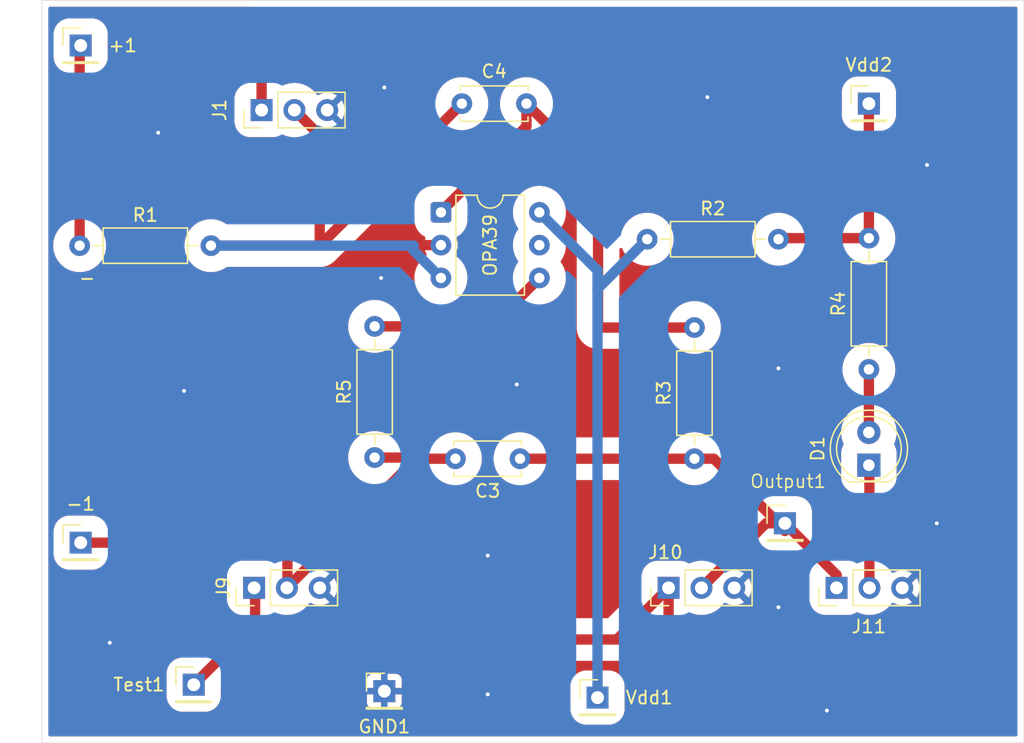
<source format=kicad_pcb>
(kicad_pcb
	(version 20241229)
	(generator "pcbnew")
	(generator_version "9.0")
	(general
		(thickness 1.6)
		(legacy_teardrops no)
	)
	(paper "A4")
	(layers
		(0 "F.Cu" signal)
		(2 "B.Cu" signal)
		(9 "F.Adhes" user "F.Adhesive")
		(11 "B.Adhes" user "B.Adhesive")
		(13 "F.Paste" user)
		(15 "B.Paste" user)
		(5 "F.SilkS" user "F.Silkscreen")
		(7 "B.SilkS" user "B.Silkscreen")
		(1 "F.Mask" user)
		(3 "B.Mask" user)
		(17 "Dwgs.User" user "User.Drawings")
		(19 "Cmts.User" user "User.Comments")
		(21 "Eco1.User" user "User.Eco1")
		(23 "Eco2.User" user "User.Eco2")
		(25 "Edge.Cuts" user)
		(27 "Margin" user)
		(31 "F.CrtYd" user "F.Courtyard")
		(29 "B.CrtYd" user "B.Courtyard")
		(35 "F.Fab" user)
		(33 "B.Fab" user)
		(39 "User.1" user)
		(41 "User.2" user)
		(43 "User.3" user)
		(45 "User.4" user)
	)
	(setup
		(pad_to_mask_clearance 0)
		(allow_soldermask_bridges_in_footprints no)
		(tenting front back)
		(pcbplotparams
			(layerselection 0x00000000_00000000_55555555_57555555)
			(plot_on_all_layers_selection 0x00000000_00000000_00000000_00000000)
			(disableapertmacros no)
			(usegerberextensions no)
			(usegerberattributes yes)
			(usegerberadvancedattributes yes)
			(creategerberjobfile yes)
			(dashed_line_dash_ratio 12.000000)
			(dashed_line_gap_ratio 3.000000)
			(svgprecision 4)
			(plotframeref no)
			(mode 1)
			(useauxorigin no)
			(hpglpennumber 1)
			(hpglpenspeed 20)
			(hpglpendiameter 15.000000)
			(pdf_front_fp_property_popups yes)
			(pdf_back_fp_property_popups yes)
			(pdf_metadata yes)
			(pdf_single_document no)
			(dxfpolygonmode yes)
			(dxfimperialunits yes)
			(dxfusepcbnewfont yes)
			(psnegative no)
			(psa4output no)
			(plot_black_and_white yes)
			(sketchpadsonfab no)
			(plotpadnumbers no)
			(hidednponfab no)
			(sketchdnponfab yes)
			(crossoutdnponfab yes)
			(subtractmaskfromsilk no)
			(outputformat 1)
			(mirror no)
			(drillshape 0)
			(scaleselection 1)
			(outputdirectory "CapacitorCrew_Filter/Gebers/")
		)
	)
	(net 0 "")
	(net 1 "Net-(+1-Pin_1)")
	(net 2 "Net-(OPA39-Pin_1)")
	(net 3 "Net-(-1-Pin_1)")
	(net 4 "Net-(J10-Pin_2)")
	(net 5 "Net-(D1-A)")
	(net 6 "Net-(D1-K)")
	(net 7 "Net-(OPA39-Pin_4)")
	(net 8 "Net-(J1-Pin_2)")
	(net 9 "Net-(J1-Pin_1)")
	(net 10 "Net-(OPA39-Pin_6)")
	(net 11 "unconnected-(OPA39-Pin_5-Pad5)")
	(net 12 "Net-(Vdd2-Pin_1)")
	(net 13 "GND")
	(footprint "Connector_PinHeader_2.54mm:PinHeader_1x01_P2.54mm_Vertical" (layer "F.Cu") (at 103.5 56.5))
	(footprint "Connector_PinHeader_2.54mm:PinHeader_1x03_P2.54mm_Vertical" (layer "F.Cu") (at 149 98.5 90))
	(footprint "Resistor_THT:R_Axial_DIN0207_L6.3mm_D2.5mm_P10.16mm_Horizontal" (layer "F.Cu") (at 147.34 71.5))
	(footprint "Resistor_THT:R_Axial_DIN0207_L6.3mm_D2.5mm_P10.16mm_Horizontal" (layer "F.Cu") (at 103.42 72))
	(footprint "Resistor_THT:R_Axial_DIN0207_L6.3mm_D2.5mm_P10.16mm_Horizontal" (layer "F.Cu") (at 151 88.5 90))
	(footprint "Capacitor_THT:C_Disc_D5.0mm_W2.5mm_P5.00mm" (layer "F.Cu") (at 137.5 88.5 180))
	(footprint "Connector_PinHeader_2.54mm:PinHeader_1x03_P2.54mm_Vertical" (layer "F.Cu") (at 162 98.5 90))
	(footprint "Connector_PinHeader_2.54mm:PinHeader_1x03_P2.54mm_Vertical" (layer "F.Cu") (at 117.5 61.5 90))
	(footprint "Connector_PinHeader_2.54mm:PinHeader_1x03_P2.54mm_Vertical" (layer "F.Cu") (at 116.92 98.5 90))
	(footprint "Package_DIP:DIP-6_W7.62mm" (layer "F.Cu") (at 131.38 69.42))
	(footprint "Connector_PinHeader_2.54mm:PinHeader_1x01_P2.54mm_Vertical" (layer "F.Cu") (at 103.5 95))
	(footprint "Connector_PinHeader_2.54mm:PinHeader_1x01_P2.54mm_Vertical" (layer "F.Cu") (at 164.5 61))
	(footprint "Connector_PinHeader_2.54mm:PinHeader_1x01_P2.54mm_Vertical" (layer "F.Cu") (at 112.25 106))
	(footprint "Capacitor_THT:C_Disc_D5.0mm_W2.5mm_P5.00mm" (layer "F.Cu") (at 133 61))
	(footprint "Connector_PinHeader_2.54mm:PinHeader_1x01_P2.54mm_Vertical" (layer "F.Cu") (at 127 106.5))
	(footprint "LED_THT:LED_D5.0mm" (layer "F.Cu") (at 164.5 89 90))
	(footprint "Resistor_THT:R_Axial_DIN0207_L6.3mm_D2.5mm_P10.16mm_Horizontal" (layer "F.Cu") (at 126.25 88.41 90))
	(footprint "Resistor_THT:R_Axial_DIN0207_L6.3mm_D2.5mm_P10.16mm_Horizontal" (layer "F.Cu") (at 164.5 81.58 90))
	(footprint "Connector_PinHeader_2.54mm:PinHeader_1x01_P2.54mm_Vertical" (layer "F.Cu") (at 158 93.5))
	(footprint "Connector_PinHeader_2.54mm:PinHeader_1x01_P2.54mm_Vertical" (layer "F.Cu") (at 143.5 107))
	(gr_rect
		(start 100.5 53)
		(end 176.5 110.5)
		(stroke
			(width 0.05)
			(type default)
		)
		(fill no)
		(layer "Edge.Cuts")
		(uuid "9c367067-8fbe-4dc3-99f0-693e4cfa2a81")
	)
	(gr_text "-"
		(at 104 74.5 0)
		(layer "F.SilkS")
		(uuid "bceb2b20-a57c-4897-a812-bd242b13e4af")
		(effects
			(font
				(size 1 1)
				(thickness 0.15)
			)
		)
	)
	(segment
		(start 103.42 72)
		(end 103.42 56.58)
		(width 0.8)
		(layer "F.Cu")
		(net 1)
		(uuid "5befb0b8-6b97-40b4-8318-2b0ebdc92af1")
	)
	(segment
		(start 103.42 56.58)
		(end 103.5 56.5)
		(width 0.8)
		(layer "F.Cu")
		(net 1)
		(uuid "89a45744-ebd7-49fd-a0be-359622f18ef0")
	)
	(segment
		(start 143.54 78.34)
		(end 144.25 78.34)
		(width 0.8)
		(layer "F.Cu")
		(net 2)
		(uuid "7300805b-333b-496a-b5f2-1496dc94e2bc")
	)
	(segment
		(start 131.38 69.38)
		(end 138 62.76)
		(width 0.8)
		(layer "F.Cu")
		(net 2)
		(uuid "7bd0d3b0-2ed7-4e1b-a63f-5b29fe89d1a6")
	)
	(segment
		(start 138 61)
		(end 138 62.76)
		(width 0.8)
		(layer "F.Cu")
		(net 2)
		(uuid "8914d754-550d-4db3-8d4c-8fd6fcfff43d")
	)
	(segment
		(start 143.54 66.54)
		(end 143.54 78.34)
		(width 0.8)
		(layer "F.Cu")
		(net 2)
		(uuid "8f0536ce-8d95-4725-8a70-bfed38afacf3")
	)
	(segment
		(start 144.25 78.34)
		(end 151 78.34)
		(width 0.8)
		(layer "F.Cu")
		(net 2)
		(uuid "96fb27dd-28f2-47a6-8344-62f199f5f4dd")
	)
	(segment
		(start 131.38 69.42)
		(end 131.38 69.38)
		(width 0.8)
		(layer "F.Cu")
		(net 2)
		(uuid "c0903b96-cf90-49da-ae2e-18d7bbc0427b")
	)
	(segment
		(start 138 61)
		(end 143.54 66.54)
		(width 0.8)
		(layer "F.Cu")
		(net 2)
		(uuid "da2c1666-af0a-430f-b8f5-cc34e54a2875")
	)
	(segment
		(start 129.37 88.41)
		(end 126.25 88.41)
		(width 0.8)
		(layer "F.Cu")
		(net 3)
		(uuid "0573747c-6d39-42ad-a825-cd6f4a5419c7")
	)
	(segment
		(start 119.5 95)
		(end 103.5 95)
		(width 0.8)
		(layer "F.Cu")
		(net 3)
		(uuid "09bcb2d8-1ccc-4941-b987-f35ee95a2acb")
	)
	(segment
		(start 129.46 88.5)
		(end 129.37 88.41)
		(width 0.8)
		(layer "F.Cu")
		(net 3)
		(uuid "0b925910-992c-49c4-be90-a6e0ab4c8736")
	)
	(segment
		(start 119.46 98.5)
		(end 129.46 88.5)
		(width 0.8)
		(layer "F.Cu")
		(net 3)
		(uuid "108aa37f-3e6d-48fb-b391-025b99b643ab")
	)
	(segment
		(start 129.46 88.5)
		(end 132.5 88.5)
		(width 0.8)
		(layer "F.Cu")
		(net 3)
		(uuid "6599a252-9f59-41a8-b857-b6eab2d28801")
	)
	(segment
		(start 132.375 88.375)
		(end 132.5 88.5)
		(width 0.8)
		(layer "F.Cu")
		(net 3)
		(uuid "7389be49-0dd7-4efc-82fe-db3b5e71463b")
	)
	(segment
		(start 119.5 98.46)
		(end 119.5 95)
		(width 0.8)
		(layer "F.Cu")
		(net 3)
		(uuid "d44ba586-292e-4c51-9844-ff1f0201b2ba")
	)
	(segment
		(start 119.46 98.5)
		(end 119.5 98.46)
		(width 0.8)
		(layer "F.Cu")
		(net 3)
		(uuid "fa865390-4458-490f-b0f1-f5b8a0f072c9")
	)
	(segment
		(start 132.5 88.5)
		(end 132.488499 88.488499)
		(width 0.8)
		(layer "F.Cu")
		(net 3)
		(uuid "fd87fdf3-41ae-4380-80ba-24b9583c6b75")
	)
	(segment
		(start 162 97.5)
		(end 158 93.5)
		(width 0.8)
		(layer "F.Cu")
		(net 4)
		(uuid "089d7101-8686-49b9-83c0-32ac52f78973")
	)
	(segment
		(start 152.5 88.5)
		(end 151 88.5)
		(width 0.8)
		(layer "F.Cu")
		(net 4)
		(uuid "3c48d643-966f-44aa-a7cc-8085be6a7142")
	)
	(segment
		(start 158 93.5625)
		(end 158 93.5)
		(width 0.8)
		(layer "F.Cu")
		(net 4)
		(uuid "55a159f0-c927-47ff-aefa-558bf344846d")
	)
	(segment
		(start 162 98.5)
		(end 162 97.5)
		(width 0.8)
		(layer "F.Cu")
		(net 4)
		(uuid "592babdd-d6a0-4415-890e-d4488bb2889a")
	)
	(segment
		(start 156.54 93.5)
		(end 158 93.5)
		(width 0.8)
		(layer "F.Cu")
		(net 4)
		(uuid "6ff54f97-d8ec-4564-84f3-8da5eb25972e")
	)
	(segment
		(start 151.54 98.5)
		(end 156.54 93.5)
		(width 0.8)
		(layer "F.Cu")
		(net 4)
		(uuid "88b725b4-47d8-493c-a360-2c2098fe67a3")
	)
	(segment
		(start 137.5 88.5)
		(end 151 88.5)
		(width 0.8)
		(layer "F.Cu")
		(net 4)
		(uuid "c5df4d78-12ae-4a0c-ad3f-bfe9cbbf3e73")
	)
	(segment
		(start 158 93.5)
		(end 157.5 93.5)
		(width 0.8)
		(layer "F.Cu")
		(net 4)
		(uuid "df46539c-3d77-4576-89d1-121eef55baa3")
	)
	(segment
		(start 157.5 93.5)
		(end 152.5 88.5)
		(width 0.8)
		(layer "F.Cu")
		(net 4)
		(uuid "df77b023-6a44-4f22-8792-ad84d7d1c712")
	)
	(segment
		(start 158 93.5)
		(end 158 94.1)
		(width 0.8)
		(layer "F.Cu")
		(net 4)
		(uuid "f5e2a41b-8bc0-42c6-a07f-183764818a45")
	)
	(segment
		(start 164.5 81.58)
		(end 164.5 86.46)
		(width 0.8)
		(layer "F.Cu")
		(net 5)
		(uuid "b5cbce5c-fc43-43b5-a27e-ec8829e01de2")
	)
	(segment
		(start 164.5 89)
		(end 164.5 89.5)
		(width 0.8)
		(layer "F.Cu")
		(net 6)
		(uuid "2b4fa112-37db-4134-8941-59dbcaeb40b8")
	)
	(segment
		(start 164.5 89.5)
		(end 164.54 89.54)
		(width 0.8)
		(layer "F.Cu")
		(net 6)
		(uuid "942bc828-001e-4269-a6ae-00b811a8c8fe")
	)
	(segment
		(start 164.54 89.54)
		(end 164.54 98.5)
		(width 0.8)
		(layer "F.Cu")
		(net 6)
		(uuid "a6355221-6295-4bac-b72c-07478cf74310")
	)
	(segment
		(start 126.25 78.25)
		(end 135.25 78.25)
		(width 0.8)
		(layer "F.Cu")
		(net 7)
		(uuid "1fc949ae-7936-476a-bbbe-0e973ee93758")
	)
	(segment
		(start 135.25 78.25)
		(end 139 74.5)
		(width 0.8)
		(layer "F.Cu")
		(net 7)
		(uuid "89f76a63-d0f3-40b1-a9be-1468f0a67fa7")
	)
	(segment
		(start 120.04 61.5)
		(end 122 63.46)
		(width 0.8)
		(layer "F.Cu")
		(net 8)
		(uuid "2e02b5e0-06f5-42ce-b701-46a2e5278007")
	)
	(segment
		(start 122 72)
		(end 113.58 72)
		(width 0.8)
		(layer "F.Cu")
		(net 8)
		(uuid "2f5b368a-72d5-4efb-9d9d-ece1eac07999")
	)
	(segment
		(start 133 61)
		(end 122 72)
		(width 0.8)
		(layer "F.Cu")
		(net 8)
		(uuid "7ea10f63-6963-4e1f-9836-4f0a6422095a")
	)
	(segment
		(start 122 63.46)
		(end 122 72)
		(width 0.8)
		(layer "F.Cu")
		(net 8)
		(uuid "d2617e66-9f9b-47d3-9d87-f8feca456a31")
	)
	(segment
		(start 129.26 72)
		(end 113.58 72)
		(width 0.8)
		(layer "B.Cu")
		(net 8)
		(uuid "124de405-7b6b-427c-9574-e4c5c5e87d96")
	)
	(segment
		(start 129.26 72.38)
		(end 131.38 74.5)
		(width 0.8)
		(layer "B.Cu")
		(net 8)
		(uuid "88d798c1-634e-415d-bcda-ccb65ed3bc48")
	)
	(segment
		(start 129.26 72)
		(end 129.26 72.38)
		(width 0.8)
		(layer "B.Cu")
		(net 8)
		(uuid "8f12a42a-645f-4a25-9779-34a603b53ecb")
	)
	(segment
		(start 145 102.5)
		(end 117 102.5)
		(width 0.8)
		(layer "F.Cu")
		(net 9)
		(uuid "0673c431-bc0b-44e5-b455-5cf4e93008b6")
	)
	(segment
		(start 174 104)
		(end 173.5 104.5)
		(width 0.8)
		(layer "F.Cu")
		(net 9)
		(uuid "06b2b96a-1563-42a5-b580-b1450f92ccd4")
	)
	(segment
		(start 115.75 102.5)
		(end 112.25 106)
		(width 0.8)
		(layer "F.Cu")
		(net 9)
		(uuid "0b40fba4-614e-49b1-9fd0-6e12d4767ba5")
	)
	(segment
		(start 117.5 55.5)
		(end 118 55)
		(width 0.8)
		(layer "F.Cu")
		(net 9)
		(uuid "0fcca606-48c7-41e8-8258-08f78c2ce39b")
	)
	(segment
		(start 117 102.5)
		(end 117 98.58)
		(width 0.8)
		(layer "F.Cu")
		(net 9)
		(uuid "23780cf0-8b19-4b40-ade1-03c2192017c3")
	)
	(segment
		(start 117 98.58)
		(end 116.92 98.5)
		(width 0.8)
		(layer "F.Cu")
		(net 9)
		(uuid "351df4b3-e6d2-46f6-bb75-db0ad1cd35a5")
	)
	(segment
		(start 117.5 61.5)
		(end 117.5 55.5)
		(width 0.8)
		(layer "F.Cu")
		(net 9)
		(uuid "42856b17-e081-4950-a483-518026ba4b02")
	)
	(segment
		(start 173.5 55)
		(end 174 55.5)
		(width 0.8)
		(layer "F.Cu")
		(net 9)
		(uuid "4de77a7b-2375-495c-bfe0-e7ae660563d4")
	)
	(segment
		(start 149 98.5)
		(end 149 104)
		(width 0.8)
		(layer "F.Cu")
		(net 9)
		(uuid "61c82cf6-62f8-455d-99f4-eab2d053ee43")
	)
	(segment
		(start 149 98.5)
		(end 145 102.5)
		(width 0.8)
		(layer "F.Cu")
		(net 9)
		(uuid "6ba85271-6ee7-45ee-aefd-6a1185effd7d")
	)
	(segment
		(start 174 55.5)
		(end 174 104)
		(width 0.8)
		(layer "F.Cu")
		(net 9)
		(uuid "6e4e55db-16f3-4897-b2eb-5065924b0480")
	)
	(segment
		(start 117 102.5)
		(end 115.75 102.5)
		(width 0.8)
		(layer "F.Cu")
		(net 9)
		(uuid "91aaad9b-4368-47a4-a999-8c380201f006")
	)
	(segment
		(start 173.5 104.5)
		(end 149.5 104.5)
		(width 0.8)
		(layer "F.Cu")
		(net 9)
		(uuid "95507d97-1474-444a-80f7-4124fa99fb06")
	)
	(segment
		(start 118 55)
		(end 173.5 55)
		(width 0.8)
		(layer "F.Cu")
		(net 9)
		(uuid "95bbbdae-894e-4dd6-abdb-c3ce56907202")
	)
	(segment
		(start 149 104)
		(end 149.5 104.5)
		(width 0.8)
		(layer "F.Cu")
		(net 9)
		(uuid "c4d01447-8ba6-4087-ac20-da14d73001bf")
	)
	(segment
		(start 143.5 75.34)
		(end 143.5 107)
		(width 0.8)
		(layer "B.Cu")
		(net 10)
		(uuid "42739837-f0d1-4706-b124-49da3f1d7132")
	)
	(segment
		(start 143.46 73.88)
		(end 139 69.42)
		(width 0.8)
		(layer "B.Cu")
		(net 10)
		(uuid "44784cef-4839-4380-a532-88a25e7866d3")
	)
	(segment
		(start 147.11 71.73)
		(end 147.34 71.5)
		(width 0.8)
		(layer "B.Cu")
		(net 10)
		(uuid "538deb34-9ada-4817-88b6-68692ccf7898")
	)
	(segment
		(start 147.34 71.5)
		(end 143.5 75.34)
		(width 0.8)
		(layer "B.Cu")
		(net 10)
		(uuid "72605cb5-7110-42f9-b62a-ef9188dc6229")
	)
	(segment
		(start 143.5 73.88)
		(end 143.46 73.88)
		(width 0.8)
		(layer "B.Cu")
		(net 10)
		(uuid "72f309c8-e2b8-4949-a1d7-52fbaad70976")
	)
	(segment
		(start 143.5 75.34)
		(end 143.5 73.88)
		(width 0.8)
		(layer "B.Cu")
		(net 10)
		(uuid "c35c0a3f-1bec-4091-99c9-4f940c9ed101")
	)
	(segment
		(start 164.42 71.5)
		(end 164.5 71.42)
		(width 0.8)
		(layer "F.Cu")
		(net 12)
		(uuid "2386e382-5028-4ad6-8924-a18a1e469b8e")
	)
	(segment
		(start 164.5 71.42)
		(end 157.58 71.42)
		(width 0.8)
		(layer "F.Cu")
		(net 12)
		(uuid "8c6f25ec-353c-4215-8690-00f990ecd380")
	)
	(segment
		(start 164.5 61)
		(end 164.5 71.42)
		(width 0.8)
		(layer "F.Cu")
		(net 12)
		(uuid "9d788650-5049-4ffe-8ebf-7c8a2584daa8")
	)
	(segment
		(start 157.58 71.42)
		(end 157.5 71.5)
		(width 0.8)
		(layer "F.Cu")
		(net 12)
		(uuid "b515fe60-5000-46da-ade7-ab8c6d056655")
	)
	(segment
		(start 129.29 71.96)
		(end 126.75 74.5)
		(width 0.8)
		(layer "F.Cu")
		(net 13)
		(uuid "48d5806c-9081-40f6-97df-592ff3c0f740")
	)
	(segment
		(start 131.31 71.73)
		(end 131.53 71.73)
		(width 0.8)
		(layer "F.Cu")
		(net 13)
		(uuid "95364ddb-9277-4699-a5ed-28097fdbdc5e")
	)
	(segment
		(start 131.38 71.96)
		(end 129.29 71.96)
		(width 0.8)
		(layer "F.Cu")
		(net 13)
		(uuid "a72b4436-4f96-4c09-a470-e83535ac8e72")
	)
	(via
		(at 157.5 81.5)
		(size 0.6)
		(drill 0.3)
		(layers "F.Cu" "B.Cu")
		(free yes)
		(net 13)
		(uuid "02fd464f-2ad7-4b78-881b-3bc9d3a03508")
	)
	(via
		(at 105.75 102.75)
		(size 0.6)
		(drill 0.3)
		(layers "F.Cu" "B.Cu")
		(free yes)
		(net 13)
		(uuid "14300dfc-d485-4bae-b9de-7c565cbd21e8")
	)
	(via
		(at 109.5 63.25)
		(size 0.6)
		(drill 0.3)
		(layers "F.Cu" "B.Cu")
		(free yes)
		(net 13)
		(uuid "2c417220-72d3-4f13-99ca-d44cd1b8818f")
	)
	(via
		(at 137.25 82.75)
		(size 0.6)
		(drill 0.3)
		(layers "F.Cu" "B.Cu")
		(free yes)
		(net 13)
		(uuid "475d7103-6556-401d-9e1e-2702b3a4a60d")
	)
	(via
		(at 169.75 93.5)
		(size 0.6)
		(drill 0.3)
		(layers "F.Cu" "B.Cu")
		(free yes)
		(net 13)
		(uuid "69f30e79-2393-4f9b-9476-5c83fdc240ad")
	)
	(via
		(at 126.75 74.5)
		(size 0.6)
		(drill 0.3)
		(layers "F.Cu" "B.Cu")
		(free yes)
		(net 13)
		(uuid "797c5e53-9074-4f21-95ef-545514ac6da9")
	)
	(via
		(at 169 65.75)
		(size 0.6)
		(drill 0.3)
		(layers "F.Cu" "B.Cu")
		(free yes)
		(net 13)
		(uuid "8eb7452f-4cae-429a-81c4-d8d2f7b17b1f")
	)
	(via
		(at 152 60.5)
		(size 0.6)
		(drill 0.3)
		(layers "F.Cu" "B.Cu")
		(free yes)
		(net 13)
		(uuid "9ab3d0b5-5098-48b5-9471-92a23d68bdb5")
	)
	(via
		(at 157.5 100)
		(size 0.6)
		(drill 0.3)
		(layers "F.Cu" "B.Cu")
		(free yes)
		(net 13)
		(uuid "a073f7af-21b5-49ef-9f9b-4e69b900729c")
	)
	(via
		(at 135 96)
		(size 0.6)
		(drill 0.3)
		(layers "F.Cu" "B.Cu")
		(free yes)
		(net 13)
		(uuid "a834abc0-bfa7-419f-89f5-d5907f77a8ff")
	)
	(via
		(at 135 106.75)
		(size 0.6)
		(drill 0.3)
		(layers "F.Cu" "B.Cu")
		(free yes)
		(net 13)
		(uuid "bc456811-1368-4e74-9c13-6a353b4ba743")
	)
	(via
		(at 111.5 83.25)
		(size 0.6)
		(drill 0.3)
		(layers "F.Cu" "B.Cu")
		(free yes)
		(net 13)
		(uuid "cece792e-311c-4ac7-97fd-f2ca5667d373")
	)
	(via
		(at 127 59.75)
		(size 0.6)
		(drill 0.3)
		(layers "F.Cu" "B.Cu")
		(free yes)
		(net 13)
		(uuid "de4dff78-91e6-412d-9ce5-c4fdcf5ca517")
	)
	(via
		(at 161.25 108)
		(size 0.6)
		(drill 0.3)
		(layers "F.Cu" "B.Cu")
		(free yes)
		(net 13)
		(uuid "df89212e-bb0d-4f0d-8719-87a154bebaea")
	)
	(zone
		(net 13)
		(net_name "GND")
		(layer "F.Cu")
		(uuid "205e05c1-debe-4cad-8a96-0b51f11b6348")
		(hatch edge 0.5)
		(connect_pads
			(clearance 1.25)
		)
		(min_thickness 0.25)
		(filled_areas_thickness no)
		(fill yes
			(thermal_gap 0.5)
			(thermal_bridge_width 0.5)
		)
		(polygon
			(pts
				(xy 101 53.5) (xy 176 53.5) (xy 176 110) (xy 101 110)
			)
		)
		(filled_polygon
			(layer "F.Cu")
			(pts
				(xy 116.941292 53.520185) (xy 116.987047 53.572989) (xy 116.996991 53.642147) (xy 116.967966 53.705703)
				(xy 116.947139 53.724817) (xy 116.924777 53.741064) (xy 116.924768 53.741071) (xy 116.241071 54.424768)
				(xy 116.241071 54.424769) (xy 116.241069 54.424771) (xy 116.211911 54.464904) (xy 116.088365 54.634948)
				(xy 115.969973 54.867304) (xy 115.968913 54.871066) (xy 115.89014 55.113502) (xy 115.89014 55.113505)
				(xy 115.8495 55.370097) (xy 115.8495 59.630664) (xy 115.829815 59.697703) (xy 115.813182 59.718345)
				(xy 115.686179 59.845348) (xy 115.686174 59.845354) (xy 115.557997 60.030367) (xy 115.557991 60.030377)
				(xy 115.464903 60.235318) (xy 115.464902 60.235321) (xy 115.409905 60.453579) (xy 115.409904 60.453586)
				(xy 115.3995 60.585777) (xy 115.3995 62.414208) (xy 115.399501 62.414223) (xy 115.409904 62.546413)
				(xy 115.409905 62.54642) (xy 115.464902 62.764678) (xy 115.464903 62.764681) (xy 115.557991 62.969622)
				(xy 115.557997 62.969632) (xy 115.686174 63.154645) (xy 115.686178 63.15465) (xy 115.686181 63.154654)
				(xy 115.845346 63.313819) (xy 115.84535 63.313822) (xy 115.845354 63.313825) (xy 115.96673 63.397914)
				(xy 116.030374 63.442007) (xy 116.235317 63.535096) (xy 116.235321 63.535097) (xy 116.453579 63.590094)
				(xy 116.453581 63.590094) (xy 116.453588 63.590096) (xy 116.585783 63.6005) (xy 118.414216 63.600499)
				(xy 118.546412 63.590096) (xy 118.764683 63.535096) (xy 118.969626 63.442007) (xy 119.015034 63.410547)
				(xy 119.081348 63.38855) (xy 119.133095 63.397912) (xy 119.363368 63.493295) (xy 119.629334 63.56456)
				(xy 119.750055 63.580453) (xy 119.81395 63.608718) (xy 119.82155 63.61571) (xy 120.313181 64.10734)
				(xy 120.346666 64.168663) (xy 120.3495 64.195021) (xy 120.3495 70.2255) (xy 120.329815 70.292539)
				(xy 120.277011 70.338294) (xy 120.2255 70.3495) (xy 114.839434 70.3495) (xy 114.772395 70.329815)
				(xy 114.763948 70.323876) (xy 114.721645 70.291416) (xy 114.721644 70.291415) (xy 114.721641 70.291413)
				(xy 114.607477 70.2255) (xy 114.488866 70.157019) (xy 114.48885 70.157011) (xy 114.240524 70.054152)
				(xy 114.110708 70.019368) (xy 113.980891 69.984584) (xy 113.980885 69.984583) (xy 113.98088 69.984582)
				(xy 113.714398 69.9495) (xy 113.714397 69.9495) (xy 113.445603 69.9495) (xy 113.445602 69.9495)
				(xy 113.179119 69.984582) (xy 113.179112 69.984583) (xy 113.179109 69.984584) (xy 113.124239 69.999286)
				(xy 112.919475 70.054152) (xy 112.671149 70.157011) (xy 112.671133 70.157019) (xy 112.438354 70.291416)
				(xy 112.225111 70.455042) (xy 112.225104 70.455048) (xy 112.035048 70.645104) (xy 112.035042 70.645111)
				(xy 111.871416 70.858354) (xy 111.737019 71.091133) (xy 111.737011 71.091149) (xy 111.634152 71.339475)
				(xy 111.564585 71.599106) (xy 111.564582 71.599119) (xy 111.5295 71.865602) (xy 111.5295 72.134397)
				(xy 111.564582 72.40088) (xy 111.564583 72.400885) (xy 111.564584 72.400891) (xy 111.599368 72.530708)
				(xy 111.634152 72.660524) (xy 111.737011 72.90885) (xy 111.737019 72.908866) (xy 111.769404 72.964957)
				(xy 111.871413 73.141641) (xy 111.871415 73.141644) (xy 111.871416 73.141645) (xy 112.035042 73.354888)
				(xy 112.035048 73.354895) (xy 112.225104 73.544951) (xy 112.22511 73.544956) (xy 112.438359 73.708587)
				(xy 112.587968 73.794964) (xy 112.671133 73.84298) (xy 112.671149 73.842988) (xy 112.826008 73.907132)
				(xy 112.919474 73.945847) (xy 113.179109 74.015416) (xy 113.367319 74.040193) (xy 113.445602 74.0505)
				(xy 113.445603 74.0505) (xy 113.714398 74.0505) (xy 113.774905 74.042534) (xy 113.980891 74.015416)
				(xy 114.240526 73.945847) (xy 114.427457 73.868417) (xy 114.48885 73.842988) (xy 114.488853 73.842986)
				(xy 114.488859 73.842984) (xy 114.721641 73.708587) (xy 114.763948 73.676124) (xy 114.829117 73.65093)
				(xy 114.839434 73.6505) (xy 122.129902 73.6505) (xy 122.254293 73.630797) (xy 122.386493 73.60986)
				(xy 122.586247 73.544956) (xy 122.586248 73.544956) (xy 122.633567 73.529581) (xy 122.633573 73.529579)
				(xy 122.661373 73.515414) (xy 122.865051 73.411635) (xy 123.075229 73.258931) (xy 133.276527 63.057631)
				(xy 133.337848 63.024148) (xy 133.347979 63.022381) (xy 133.400891 63.015416) (xy 133.660526 62.945847)
				(xy 133.847457 62.868417) (xy 133.90885 62.842988) (xy 133.908853 62.842986) (xy 133.908859 62.842984)
				(xy 134.141641 62.708587) (xy 134.35489 62.544956) (xy 134.544956 62.35489) (xy 134.708587 62.141641)
				(xy 134.842984 61.908859) (xy 134.945847 61.660526) (xy 135.015416 61.400891) (xy 135.0505 61.134397)
				(xy 135.0505 60.865603) (xy 135.015416 60.599109) (xy 134.945847 60.339474) (xy 134.881134 60.183242)
				(xy 134.842988 60.091149) (xy 134.84298 60.091133) (xy 134.794964 60.007968) (xy 134.708587 59.858359)
				(xy 134.576471 59.686181) (xy 134.544957 59.645111) (xy 134.544951 59.645104) (xy 134.354895 59.455048)
				(xy 134.354888 59.455042) (xy 134.141645 59.291416) (xy 134.141644 59.291415) (xy 134.141641 59.291413)
				(xy 134.048832 59.23783) (xy 133.908866 59.157019) (xy 133.90885 59.157011) (xy 133.660524 59.054152)
				(xy 133.530708 59.019368) (xy 133.400891 58.984584) (xy 133.400885 58.984583) (xy 133.40088 58.984582)
				(xy 133.134398 58.9495) (xy 133.134397 58.9495) (xy 132.865603 58.9495) (xy 132.865602 58.9495)
				(xy 132.599119 58.984582) (xy 132.599112 58.984583) (xy 132.599109 58.984584) (xy 132.544239 58.999286)
				(xy 132.339475 59.054152) (xy 132.091149 59.157011) (xy 132.091133 59.157019) (xy 131.858354 59.291416)
				(xy 131.645111 59.455042) (xy 131.645104 59.455048) (xy 131.455048 59.645104) (xy 131.455042 59.645111)
				(xy 131.291416 59.858354) (xy 131.157019 60.091133) (xy 131.157011 60.091149) (xy 131.054152 60.339475)
				(xy 130.984584 60.599109) (xy 130.977623 60.651979) (xy 130.949355 60.715875) (xy 130.942365 60.723473)
				(xy 123.862181 67.803658) (xy 123.800858 67.837143) (xy 123.731166 67.832159) (xy 123.675233 67.790287)
				(xy 123.650816 67.724823) (xy 123.6505 67.715977) (xy 123.6505 63.595032) (xy 123.650501 63.595007)
				(xy 123.650501 63.330104) (xy 123.647921 63.313815) (xy 123.612487 63.090096) (xy 123.60986 63.073507)
				(xy 123.529579 62.826428) (xy 123.498118 62.764683) (xy 123.454876 62.679816) (xy 123.411636 62.59495)
				(xy 123.312579 62.458611) (xy 123.312579 62.45861) (xy 123.312578 62.45861) (xy 123.258933 62.384774)
				(xy 123.258931 62.384771) (xy 123.229048 62.354888) (xy 123.072133 62.197972) (xy 123.072102 62.197943)
				(xy 122.815526 61.941367) (xy 122.887007 61.900099) (xy 122.980099 61.807007) (xy 123.045925 61.692993)
				(xy 123.062962 61.629408) (xy 123.69527 62.261717) (xy 123.69527 62.261716) (xy 123.734622 62.207554)
				(xy 123.831095 62.018217) (xy 123.896757 61.81613) (xy 123.896757 61.816127) (xy 123.93 61.606246)
				(xy 123.93 61.393753) (xy 123.896757 61.183872) (xy 123.896757 61.183869) (xy 123.831095 60.981782)
				(xy 123.734624 60.792449) (xy 123.69527 60.738282) (xy 123.695269 60.738282) (xy 123.062962 61.37059)
				(xy 123.045925 61.307007) (xy 122.980099 61.192993) (xy 122.887007 61.099901) (xy 122.772993 61.034075)
				(xy 122.709407 61.017036) (xy 123.341716 60.384728) (xy 123.28755 60.345375) (xy 123.098217 60.248904)
				(xy 122.896129 60.183242) (xy 122.686246 60.15) (xy 122.473754 60.15) (xy 122.263872 60.183242)
				(xy 122.263869 60.183242) (xy 122.061782 60.248904) (xy 121.913437 60.32449) (xy 121.844767 60.337386)
				(xy 121.780027 60.311109) (xy 121.758766 60.289491) (xy 121.622629 60.112073) (xy 121.622623 60.112066)
				(xy 121.427933 59.917376) (xy 121.427926 59.91737) (xy 121.209483 59.749754) (xy 121.209482 59.749753)
				(xy 121.209479 59.749751) (xy 121.094388 59.683303) (xy 120.971028 59.61208) (xy 120.971017 59.612075)
				(xy 120.71663 59.506704) (xy 120.523844 59.455048) (xy 120.450666 59.43544) (xy 120.45066 59.435439)
				(xy 120.450655 59.435438) (xy 120.177684 59.399501) (xy 120.177679 59.3995) (xy 120.177674 59.3995)
				(xy 119.902326 59.3995) (xy 119.90232 59.3995) (xy 119.902315 59.399501) (xy 119.629344 59.435438)
				(xy 119.629337 59.435439) (xy 119.629334 59.43544) (xy 119.556156 59.455048) (xy 119.363367 59.506705)
				(xy 119.363366 59.506705) (xy 119.321952 59.52386) (xy 119.252483 59.531329) (xy 119.190004 59.500053)
				(xy 119.154352 59.439964) (xy 119.1505 59.409299) (xy 119.1505 56.7745) (xy 119.170185 56.707461)
				(xy 119.222989 56.661706) (xy 119.2745 56.6505) (xy 172.2255 56.6505) (xy 172.292539 56.670185)
				(xy 172.338294 56.722989) (xy 172.3495 56.7745) (xy 172.3495 102.7255) (xy 172.329815 102.792539)
				(xy 172.277011 102.838294) (xy 172.2255 102.8495) (xy 150.7745 102.8495) (xy 150.707461 102.829815)
				(xy 150.661706 102.777011) (xy 150.6505 102.7255) (xy 150.6505 100.5907) (xy 150.670185 100.523661)
				(xy 150.722989 100.477906) (xy 150.792147 100.467962) (xy 150.821948 100.476138) (xy 150.863368 100.493295)
				(xy 151.129334 100.56456) (xy 151.402326 100.6005) (xy 151.402333 100.6005) (xy 151.677667 100.6005)
				(xy 151.677674 100.6005) (xy 151.950666 100.56456) (xy 152.216632 100.493295) (xy 152.471021 100.387923)
				(xy 152.709479 100.250249) (xy 152.927928 100.082628) (xy 153.122628 99.887928) (xy 153.258767 99.710507)
				(xy 153.315193 99.669305) (xy 153.384939 99.66515) (xy 153.413437 99.675509) (xy 153.561782 99.751095)
				(xy 153.76387 99.816757) (xy 153.973754 99.85) (xy 154.186246 99.85) (xy 154.396127 99.816757) (xy 154.39613 99.816757)
				(xy 154.598217 99.751095) (xy 154.787554 99.654622) (xy 154.841716 99.61527) (xy 154.841717 99.61527)
				(xy 154.209409 98.982962) (xy 154.272993 98.965925) (xy 154.387007 98.900099) (xy 154.480099 98.807007)
				(xy 154.545925 98.692993) (xy 154.562962 98.629409) (xy 155.19527 99.261717) (xy 155.19527 99.261716)
				(xy 155.234622 99.207554) (xy 155.331095 99.018217) (xy 155.396757 98.81613) (xy 155.396757 98.816127)
				(xy 155.43 98.606246) (xy 155.43 98.393753) (xy 155.396757 98.183872) (xy 155.396757 98.183869)
				(xy 155.331095 97.981782) (xy 155.234624 97.792449) (xy 155.19527 97.738282) (xy 155.195269 97.738282)
				(xy 154.562962 98.37059) (xy 154.545925 98.307007) (xy 154.480099 98.192993) (xy 154.387007 98.099901)
				(xy 154.315526 98.058632) (xy 156.768432 95.605726) (xy 156.829753 95.572243) (xy 156.886409 95.573167)
				(xy 156.953588 95.590096) (xy 157.085783 95.6005) (xy 157.279586 95.600499) (xy 157.335881 95.614014)
				(xy 157.366428 95.629579) (xy 157.613507 95.70986) (xy 157.790896 95.737955) (xy 157.870088 95.750498)
				(xy 157.870092 95.750498) (xy 157.870103 95.7505) (xy 157.870113 95.7505) (xy 157.874674 95.750859)
				(xy 157.939964 95.775737) (xy 157.952637 95.786797) (xy 159.863181 97.697341) (xy 159.896666 97.758664)
				(xy 159.8995 97.785022) (xy 159.8995 99.414208) (xy 159.899501 99.414223) (xy 159.909904 99.546413)
				(xy 159.909905 99.54642) (xy 159.964902 99.764678) (xy 159.964903 99.764681) (xy 160.057991 99.969622)
				(xy 160.057997 99.969632) (xy 160.186174 100.154645) (xy 160.186178 100.15465) (xy 160.186181 100.154654)
				(xy 160.345346 100.313819) (xy 160.345349 100.313821) (xy 160.345354 100.313825) (xy 160.454573 100.389492)
				(xy 160.530374 100.442007) (xy 160.735317 100.535096) (xy 160.735321 100.535097) (xy 160.953579 100.590094)
				(xy 160.953581 100.590094) (xy 160.953588 100.590096) (xy 161.085783 100.6005) (xy 162.914216 100.600499)
				(xy 163.046412 100.590096) (xy 163.264683 100.535096) (xy 163.469626 100.442007) (xy 163.515034 100.410547)
				(xy 163.581348 100.38855) (xy 163.633095 100.397912) (xy 163.863368 100.493295) (xy 164.129334 100.56456)
				(xy 164.402326 100.6005) (xy 164.402333 100.6005) (xy 164.677667 100.6005) (xy 164.677674 100.6005)
				(xy 164.950666 100.56456) (xy 165.216632 100.493295) (xy 165.471021 100.387923) (xy 165.709479 100.250249)
				(xy 165.927928 100.082628) (xy 166.122628 99.887928) (xy 166.258767 99.710507) (xy 166.315193 99.669305)
				(xy 166.384939 99.66515) (xy 166.413437 99.675509) (xy 166.561782 99.751095) (xy 166.76387 99.816757)
				(xy 166.973754 99.85) (xy 167.186246 99.85) (xy 167.396127 99.816757) (xy 167.39613 99.816757) (xy 167.598217 99.751095)
				(xy 167.787554 99.654622) (xy 167.841716 99.61527) (xy 167.841717 99.61527) (xy 167.209409 98.982962)
				(xy 167.272993 98.965925) (xy 167.387007 98.900099) (xy 167.480099 98.807007) (xy 167.545925 98.692993)
				(xy 167.562962 98.629409) (xy 168.19527 99.261717) (xy 168.19527 99.261716) (xy 168.234622 99.207554)
				(xy 168.331095 99.018217) (xy 168.396757 98.81613) (xy 168.396757 98.816127) (xy 168.43 98.606246)
				(xy 168.43 98.393753) (xy 168.396757 98.183872) (xy 168.396757 98.183869) (xy 168.331095 97.981782)
				(xy 168.234624 97.792449) (xy 168.19527 97.738282) (xy 168.195269 97.738282) (xy 167.562962 98.37059)
				(xy 167.545925 98.307007) (xy 167.480099 98.192993) (xy 167.387007 98.099901) (xy 167.272993 98.034075)
				(xy 167.209407 98.017036) (xy 167.841716 97.384728) (xy 167.78755 97.345375) (xy 167.598217 97.248904)
				(xy 167.396129 97.183242) (xy 167.186246 97.15) (xy 166.973754 97.15) (xy 166.763872 97.183242)
				(xy 166.763869 97.183242) (xy 166.561782 97.248904) (xy 166.413437 97.32449) (xy 166.381473 97.330492)
				(xy 166.349767 97.337786) (xy 166.34732 97.336906) (xy 166.344767 97.337386) (xy 166.31464 97.325157)
				(xy 166.284017 97.314149) (xy 166.281527 97.311718) (xy 166.280027 97.311109) (xy 166.258766 97.289491)
				(xy 166.216124 97.233918) (xy 166.19093 97.168748) (xy 166.1905 97.158432) (xy 166.1905 90.929335)
				(xy 166.210185 90.862296) (xy 166.226819 90.841654) (xy 166.363819 90.704654) (xy 166.492007 90.519626)
				(xy 166.585096 90.314683) (xy 166.640096 90.096412) (xy 166.6505 89.964217) (xy 166.650499 88.035784)
				(xy 166.640096 87.903588) (xy 166.585096 87.685317) (xy 166.492007 87.480374) (xy 166.476088 87.457396)
				(xy 166.45409 87.39108) (xy 166.463453 87.33933) (xy 166.540742 87.152739) (xy 166.613704 86.880442)
				(xy 166.6505 86.600951) (xy 166.6505 86.319049) (xy 166.613704 86.039558) (xy 166.540742 85.767261)
				(xy 166.432863 85.506817) (xy 166.432861 85.506814) (xy 166.432859 85.506809) (xy 166.291916 85.26269)
				(xy 166.291912 85.262683) (xy 166.2842 85.252632) (xy 166.176124 85.111784) (xy 166.15093 85.046615)
				(xy 166.1505 85.036298) (xy 166.1505 82.839434) (xy 166.170185 82.772395) (xy 166.176124 82.763948)
				(xy 166.187996 82.748475) (xy 166.208587 82.721641) (xy 166.342984 82.488859) (xy 166.445847 82.240526)
				(xy 166.515416 81.980891) (xy 166.5505 81.714397) (xy 166.5505 81.445603) (xy 166.515416 81.179109)
				(xy 166.445847 80.919474) (xy 166.407132 80.826008) (xy 166.342988 80.671149) (xy 166.34298 80.671133)
				(xy 166.294964 80.587968) (xy 166.208587 80.438359) (xy 166.044956 80.22511) (xy 166.044951 80.225104)
				(xy 165.854895 80.035048) (xy 165.854888 80.035042) (xy 165.641645 79.871416) (xy 165.641644 79.871415)
				(xy 165.641641 79.871413) (xy 165.509214 79.794956) (xy 165.408866 79.737019) (xy 165.40885 79.737011)
				(xy 165.160524 79.634152) (xy 165.029065 79.598928) (xy 164.900891 79.564584) (xy 164.900885 79.564583)
				(xy 164.90088 79.564582) (xy 164.634398 79.5295) (xy 164.634397 79.5295) (xy 164.365603 79.5295)
				(xy 164.365602 79.5295) (xy 164.099119 79.564582) (xy 164.099112 79.564583) (xy 164.099109 79.564584)
				(xy 164.044239 79.579286) (xy 163.839475 79.634152) (xy 163.591149 79.737011) (xy 163.591133 79.737019)
				(xy 163.358354 79.871416) (xy 163.145111 80.035042) (xy 163.145104 80.035048) (xy 162.955048 80.225104)
				(xy 162.955042 80.225111) (xy 162.791416 80.438354) (xy 162.657019 80.671133) (xy 162.657011 80.671149)
				(xy 162.554152 80.919475) (xy 162.484585 81.179106) (xy 162.484582 81.179119) (xy 162.4495 81.445602)
				(xy 162.4495 81.714397) (xy 162.484582 81.98088) (xy 162.484583 81.980885) (xy 162.484584 81.980891)
				(xy 162.484585 81.980893) (xy 162.554152 82.240524) (xy 162.657011 82.48885) (xy 162.657019 82.488866)
				(xy 162.791408 82.721633) (xy 162.791419 82.721649) (xy 162.823876 82.763948) (xy 162.84907 82.829117)
				(xy 162.8495 82.839434) (xy 162.8495 85.036298) (xy 162.829815 85.103337) (xy 162.823876 85.111784)
				(xy 162.708094 85.262674) (xy 162.708083 85.26269) (xy 162.56714 85.506809) (xy 162.567135 85.50682)
				(xy 162.459259 85.767256) (xy 162.386295 86.03956) (xy 162.3495 86.319041) (xy 162.3495 86.600958)
				(xy 162.386295 86.880439) (xy 162.45926 87.152746) (xy 162.536544 87.339327) (xy 162.544013 87.408796)
				(xy 162.523914 87.457391) (xy 162.507997 87.480367) (xy 162.507991 87.480377) (xy 162.414903 87.685318)
				(xy 162.414902 87.685321) (xy 162.359905 87.903579) (xy 162.359904 87.903586) (xy 162.3495 88.035777)
				(xy 162.3495 89.964208) (xy 162.349501 89.964223) (xy 162.359904 90.096413) (xy 162.359905 90.09642)
				(xy 162.414902 90.314678) (xy 162.414903 90.314681) (xy 162.507991 90.519622) (xy 162.507997 90.519632)
				(xy 162.636174 90.704645) (xy 162.636178 90.70465) (xy 162.636181 90.704654) (xy 162.795346 90.863819)
				(xy 162.795349 90.863821) (xy 162.795356 90.863827) (xy 162.836114 90.892063) (xy 162.880012 90.94642)
				(xy 162.8895 90.993992) (xy 162.8895 95.755978) (xy 162.869815 95.823017) (xy 162.817011 95.868772)
				(xy 162.747853 95.878716) (xy 162.684297 95.849691) (xy 162.677819 95.843659) (xy 160.136818 93.302658)
				(xy 160.103333 93.241335) (xy 160.100499 93.214977) (xy 160.100499 92.585791) (xy 160.100498 92.585776)
				(xy 160.090096 92.453588) (xy 160.035096 92.235317) (xy 159.942007 92.030374) (xy 159.813819 91.845346)
				(xy 159.654654 91.686181) (xy 159.65465 91.686178) (xy 159.654645 91.686174) (xy 159.469632 91.557997)
				(xy 159.46963 91.557995) (xy 159.469626 91.557993) (xy 159.264683 91.464904) (xy 159.264681 91.464903)
				(xy 159.264678 91.464902) (xy 159.04642 91.409905) (xy 159.046413 91.409904) (xy 158.914222 91.3995)
				(xy 158.914217 91.3995) (xy 157.785022 91.3995) (xy 157.717983 91.379815) (xy 157.697341 91.363181)
				(xy 153.575231 87.241071) (xy 153.575229 87.241069) (xy 153.365051 87.088365) (xy 153.133573 86.97042)
				(xy 153.133567 86.970418) (xy 153.07298 86.950733) (xy 153.072979 86.950733) (xy 152.886495 86.89014)
				(xy 152.629902 86.8495) (xy 152.629897 86.8495) (xy 152.259434 86.8495) (xy 152.192395 86.829815)
				(xy 152.183948 86.823876) (xy 152.141645 86.791416) (xy 152.141644 86.791415) (xy 152.141641 86.791413)
				(xy 152.041984 86.733876) (xy 151.908866 86.657019) (xy 151.90885 86.657011) (xy 151.660524 86.554152)
				(xy 151.530708 86.519368) (xy 151.400891 86.484584) (xy 151.400885 86.484583) (xy 151.40088 86.484582)
				(xy 151.134398 86.4495) (xy 151.134397 86.4495) (xy 150.865603 86.4495) (xy 150.865602 86.4495)
				(xy 150.599119 86.484582) (xy 150.599112 86.484583) (xy 150.599109 86.484584) (xy 150.544239 86.499286)
				(xy 150.339475 86.554152) (xy 150.091149 86.657011) (xy 150.091133 86.657019) (xy 149.858354 86.791416)
				(xy 149.816052 86.823876) (xy 149.750883 86.84907) (xy 149.740566 86.8495) (xy 138.759434 86.8495)
				(xy 138.692395 86.829815) (xy 138.683948 86.823876) (xy 138.641645 86.791416) (xy 138.641644 86.791415)
				(xy 138.641641 86.791413) (xy 138.541984 86.733876) (xy 138.408866 86.657019) (xy 138.40885 86.657011)
				(xy 138.160524 86.554152) (xy 138.030708 86.519368) (xy 137.900891 86.484584) (xy 137.900885 86.484583)
				(xy 137.90088 86.484582) (xy 137.634398 86.4495) (xy 137.634397 86.4495) (xy 137.365603 86.4495)
				(xy 137.365602 86.4495) (xy 137.099119 86.484582) (xy 137.099112 86.484583) (xy 137.099109 86.484584)
				(xy 137.044239 86.499286) (xy 136.839475 86.554152) (xy 136.591149 86.657011) (xy 136.591133 86.657019)
				(xy 136.358354 86.791416) (xy 136.145111 86.955042) (xy 136.145104 86.955048) (xy 135.955048 87.145104)
				(xy 135.955042 87.145111) (xy 135.791416 87.358354) (xy 135.657019 87.591133) (xy 135.657011 87.591149)
				(xy 135.554152 87.839475) (xy 135.484585 88.099106) (xy 135.484582 88.099119) (xy 135.4495 88.365602)
				(xy 135.4495 88.634397) (xy 135.484582 88.90088) (xy 135.484583 88.900885) (xy 135.484584 88.900891)
				(xy 135.484585 88.900893) (xy 135.554152 89.160524) (xy 135.657011 89.40885) (xy 135.657019 89.408866)
				(xy 135.73783 89.548832) (xy 135.791413 89.641641) (xy 135.791415 89.641644) (xy 135.791416 89.641645)
				(xy 135.955042 89.854888) (xy 135.955048 89.854895) (xy 136.145104 90.044951) (xy 136.14511 90.044956)
				(xy 136.358359 90.208587) (xy 136.451346 90.262273) (xy 136.591133 90.34298) (xy 136.591149 90.342988)
				(xy 136.677753 90.37886) (xy 136.839474 90.445847) (xy 137.099109 90.515416) (xy 137.287319 90.540193)
				(xy 137.365602 90.5505) (xy 137.365603 90.5505) (xy 137.634398 90.5505) (xy 137.694905 90.542534)
				(xy 137.900891 90.515416) (xy 138.160526 90.445847) (xy 138.403 90.345411) (xy 138.40885 90.342988)
				(xy 138.408853 90.342986) (xy 138.408859 90.342984) (xy 138.641641 90.208587) (xy 138.683948 90.176124)
				(xy 138.749117 90.15093) (xy 138.759434 90.1505) (xy 149.740566 90.1505) (xy 149.807605 90.170185)
				(xy 149.816053 90.176124) (xy 149.858359 90.208587) (xy 149.951346 90.262273) (xy 150.091133 90.34298)
				(xy 150.091149 90.342988) (xy 150.177753 90.37886) (xy 150.339474 90.445847) (xy 150.599109 90.515416)
				(xy 150.787319 90.540193) (xy 150.865602 90.5505) (xy 150.865603 90.5505) (xy 151.134398 90.5505)
				(xy 151.194905 90.542534) (xy 151.400891 90.515416) (xy 151.660526 90.445847) (xy 151.903 90.34541)
				(xy 151.972466 90.337942) (xy 152.034946 90.369217) (xy 152.038131 90.372291) (xy 154.598158 92.932318)
				(xy 154.631643 92.993641) (xy 154.626659 93.063333) (xy 154.598158 93.10768) (xy 151.32155 96.384288)
				(xy 151.260227 96.417773) (xy 151.250055 96.419546) (xy 151.16696 96.430486) (xy 151.129334 96.43544)
				(xy 151.040678 96.459195) (xy 150.863366 96.506705) (xy 150.633101 96.602084) (xy 150.563632 96.609553)
				(xy 150.515032 96.58945) (xy 150.469631 96.557995) (xy 150.264681 96.464903) (xy 150.264678 96.464902)
				(xy 150.04642 96.409905) (xy 150.046413 96.409904) (xy 150.002347 96.406436) (xy 149.914217 96.3995)
				(xy 149.914215 96.3995) (xy 148.085791 96.3995) (xy 148.085776 96.399501) (xy 147.953586 96.409904)
				(xy 147.953579 96.409905) (xy 147.735321 96.464902) (xy 147.735318 96.464903) (xy 147.530377 96.557991)
				(xy 147.530367 96.557997) (xy 147.345354 96.686174) (xy 147.345342 96.686184) (xy 147.186184 96.845342)
				(xy 147.186174 96.845354) (xy 147.057997 97.030367) (xy 147.057991 97.030377) (xy 146.964903 97.235318)
				(xy 146.964902 97.235321) (xy 146.909905 97.453579) (xy 146.909904 97.453586) (xy 146.8995 97.585777)
				(xy 146.8995 98.214977) (xy 146.879815 98.282016) (xy 146.863181 98.302658) (xy 144.352659 100.813181)
				(xy 144.291336 100.846666) (xy 144.264978 100.8495) (xy 118.7745 100.8495) (xy 118.707461 100.829815)
				(xy 118.661706 100.777011) (xy 118.6505 100.7255) (xy 118.6505 100.619292) (xy 118.670185 100.552253)
				(xy 118.722989 100.506498) (xy 118.792147 100.496554) (xy 118.806572 100.499512) (xy 119.049334 100.56456)
				(xy 119.322326 100.6005) (xy 119.322333 100.6005) (xy 119.597667 100.6005) (xy 119.597674 100.6005)
				(xy 119.870666 100.56456) (xy 120.136632 100.493295) (xy 120.391021 100.387923) (xy 120.629479 100.250249)
				(xy 120.847928 100.082628) (xy 121.042628 99.887928) (xy 121.178767 99.710507) (xy 121.235193 99.669305)
				(xy 121.304939 99.66515) (xy 121.333437 99.675509) (xy 121.481782 99.751095) (xy 121.68387 99.816757)
				(xy 121.893754 99.85) (xy 122.106246 99.85) (xy 122.316127 99.816757) (xy 122.31613 99.816757) (xy 122.518217 99.751095)
				(xy 122.707554 99.654622) (xy 122.761716 99.61527) (xy 122.761717 99.61527) (xy 122.129409 98.982962)
				(xy 122.192993 98.965925) (xy 122.307007 98.900099) (xy 122.400099 98.807007) (xy 122.465925 98.692993)
				(xy 122.482962 98.629408) (xy 123.11527 99.261717) (xy 123.11527 99.261716) (xy 123.154622 99.207554)
				(xy 123.251095 99.018217) (xy 123.316757 98.81613) (xy 123.316757 98.816127) (xy 123.35 98.606246)
				(xy 123.35 98.393753) (xy 123.316757 98.183872) (xy 123.316757 98.183869) (xy 123.251095 97.981782)
				(xy 123.154624 97.792449) (xy 123.11527 97.738282) (xy 123.115269 97.738282) (xy 122.482962 98.37059)
				(xy 122.465925 98.307007) (xy 122.400099 98.192993) (xy 122.307007 98.099901) (xy 122.235526 98.058632)
				(xy 130.10734 90.186819) (xy 130.168663 90.153334) (xy 130.195021 90.1505) (xy 131.240566 90.1505)
				(xy 131.307605 90.170185) (xy 131.316053 90.176124) (xy 131.358359 90.208587) (xy 131.451346 90.262273)
				(xy 131.591133 90.34298) (xy 131.591149 90.342988) (xy 131.677753 90.37886) (xy 131.839474 90.445847)
				(xy 132.099109 90.515416) (xy 132.287319 90.540193) (xy 132.365602 90.5505) (xy 132.365603 90.5505)
				(xy 132.634398 90.5505) (xy 132.694905 90.542534) (xy 132.900891 90.515416) (xy 133.160526 90.445847)
				(xy 133.403 90.345411) (xy 133.40885 90.342988) (xy 133.408853 90.342986) (xy 133.408859 90.342984)
				(xy 133.641641 90.208587) (xy 133.85489 90.044956) (xy 134.044956 89.85489) (xy 134.208587 89.641641)
				(xy 134.342984 89.408859) (xy 134.445847 89.160526) (xy 134.515416 88.900891) (xy 134.5505 88.634397)
				(xy 134.5505 88.365603) (xy 134.515416 88.099109) (xy 134.445847 87.839474) (xy 134.381995 87.685321)
				(xy 134.342988 87.591149) (xy 134.34298 87.591133) (xy 134.279034 87.480377) (xy 134.208587 87.358359)
				(xy 134.118588 87.241069) (xy 134.044957 87.145111) (xy 134.044951 87.145104) (xy 133.854895 86.955048)
				(xy 133.854888 86.955042) (xy 133.641645 86.791416) (xy 133.641644 86.791415) (xy 133.641641 86.791413)
				(xy 133.541984 86.733876) (xy 133.408866 86.657019) (xy 133.40885 86.657011) (xy 133.160524 86.554152)
				(xy 133.030708 86.519368) (xy 132.900891 86.484584) (xy 132.900885 86.484583) (xy 132.90088 86.484582)
				(xy 132.634398 86.4495) (xy 132.634397 86.4495) (xy 132.365603 86.4495) (xy 132.365602 86.4495)
				(xy 132.099119 86.484582) (xy 132.099112 86.484583) (xy 132.099109 86.484584) (xy 132.044239 86.499286)
				(xy 131.839475 86.554152) (xy 131.591149 86.657011) (xy 131.591133 86.657019) (xy 131.358354 86.791416)
				(xy 131.316052 86.823876) (xy 131.250883 86.84907) (xy 131.240566 86.8495) (xy 129.928047 86.8495)
				(xy 129.889729 86.843431) (xy 129.756493 86.80014) (xy 129.499902 86.7595) (xy 129.499897 86.7595)
				(xy 127.509434 86.7595) (xy 127.442395 86.739815) (xy 127.433948 86.733876) (xy 127.391645 86.701416)
				(xy 127.391644 86.701415) (xy 127.391641 86.701413) (xy 127.298832 86.64783) (xy 127.158866 86.567019)
				(xy 127.15885 86.567011) (xy 126.910524 86.464152) (xy 126.780708 86.429368) (xy 126.650891 86.394584)
				(xy 126.650885 86.394583) (xy 126.65088 86.394582) (xy 126.384398 86.3595) (xy 126.384397 86.3595)
				(xy 126.115603 86.3595) (xy 126.115602 86.3595) (xy 125.849119 86.394582) (xy 125.849112 86.394583)
				(xy 125.849109 86.394584) (xy 125.794239 86.409286) (xy 125.589475 86.464152) (xy 125.341149 86.567011)
				(xy 125.341133 86.567019) (xy 125.108354 86.701416) (xy 124.895111 86.865042) (xy 124.895104 86.865048)
				(xy 124.705048 87.055104) (xy 124.705042 87.055111) (xy 124.541416 87.268354) (xy 124.407019 87.501133)
				(xy 124.407011 87.501149) (xy 124.304152 87.749475) (xy 124.234585 88.009106) (xy 124.234582 88.009119)
				(xy 124.1995 88.275602) (xy 124.1995 88.544397) (xy 124.234582 88.81088) (xy 124.234583 88.810885)
				(xy 124.234584 88.810891) (xy 124.2587 88.900893) (xy 124.304152 89.070524) (xy 124.407011 89.31885)
				(xy 124.407019 89.318866) (xy 124.48783 89.458832) (xy 124.541413 89.551641) (xy 124.541415 89.551644)
				(xy 124.541416 89.551645) (xy 124.705042 89.764888) (xy 124.705048 89.764895) (xy 124.895104 89.954951)
				(xy 124.895111 89.954957) (xy 124.907187 89.964223) (xy 125.108359 90.118587) (xy 125.221299 90.183793)
				(xy 125.269514 90.234359) (xy 125.282736 90.302966) (xy 125.256768 90.367831) (xy 125.246979 90.37886)
				(xy 121.227839 94.397999) (xy 121.166516 94.431484) (xy 121.096824 94.4265) (xy 121.040891 94.384628)
				(xy 121.029673 94.366613) (xy 121.029579 94.366428) (xy 120.911634 94.134949) (xy 120.758931 93.924771)
				(xy 120.575229 93.741069) (xy 120.567318 93.735321) (xy 120.365054 93.588368) (xy 120.365053 93.588367)
				(xy 120.365051 93.588366) (xy 120.251236 93.530374) (xy 120.133576 93.470422) (xy 119.886493 93.39014)
				(xy 119.629902 93.3495) (xy 119.629897 93.3495) (xy 105.369336 93.3495) (xy 105.302297 93.329815)
				(xy 105.281655 93.313182) (xy 105.234812 93.266339) (xy 105.154654 93.186181) (xy 105.15465 93.186178)
				(xy 105.154645 93.186174) (xy 104.969632 93.057997) (xy 104.96963 93.057995) (xy 104.969626 93.057993)
				(xy 104.885981 93.02) (xy 104.764681 92.964903) (xy 104.764678 92.964902) (xy 104.54642 92.909905)
				(xy 104.546413 92.909904) (xy 104.502347 92.906436) (xy 104.414217 92.8995) (xy 104.414215 92.8995)
				(xy 102.585791 92.8995) (xy 102.585776 92.899501) (xy 102.453586 92.909904) (xy 102.453579 92.909905)
				(xy 102.235321 92.964902) (xy 102.235318 92.964903) (xy 102.030377 93.057991) (xy 102.030367 93.057997)
				(xy 101.845354 93.186174) (xy 101.845342 93.186184) (xy 101.686184 93.345342) (xy 101.686174 93.345354)
				(xy 101.557997 93.530367) (xy 101.557991 93.530377) (xy 101.464903 93.735318) (xy 101.464902 93.735321)
				(xy 101.409905 93.953579) (xy 101.409904 93.953586) (xy 101.3995 94.085777) (xy 101.3995 95.914208)
				(xy 101.399501 95.914223) (xy 101.409904 96.046413) (xy 101.409905 96.04642) (xy 101.464902 96.264678)
				(xy 101.464903 96.264681) (xy 101.557991 96.469622) (xy 101.557997 96.469632) (xy 101.686174 96.654645)
				(xy 101.686178 96.65465) (xy 101.686181 96.654654) (xy 101.845346 96.813819) (xy 101.84535 96.813822)
				(xy 101.845354 96.813825) (xy 101.890852 96.845346) (xy 102.030374 96.942007) (xy 102.235317 97.035096)
				(xy 102.235321 97.035097) (xy 102.453579 97.090094) (xy 102.453581 97.090094) (xy 102.453588 97.090096)
				(xy 102.585783 97.1005) (xy 104.414216 97.100499) (xy 104.546412 97.090096) (xy 104.764683 97.035096)
				(xy 104.969626 96.942007) (xy 105.154654 96.813819) (xy 105.281655 96.686818) (xy 105.342978 96.653334)
				(xy 105.369336 96.6505) (xy 115.004412 96.6505) (xy 115.071451 96.670185) (xy 115.117206 96.722989)
				(xy 115.12715 96.792147) (xy 115.10634 96.845116) (xy 114.977997 97.030367) (xy 114.977991 97.030377)
				(xy 114.884903 97.235318) (xy 114.884902 97.235321) (xy 114.829905 97.453579) (xy 114.829904 97.453586)
				(xy 114.8195 97.585777) (xy 114.8195 99.414208) (xy 114.819501 99.414223) (xy 114.829904 99.546413)
				(xy 114.829905 99.54642) (xy 114.884902 99.764678) (xy 114.884903 99.764681) (xy 114.977991 99.969622)
				(xy 114.977997 99.969632) (xy 115.106174 100.154645) (xy 115.106178 100.15465) (xy 115.106181 100.154654)
				(xy 115.265346 100.313819) (xy 115.296116 100.335136) (xy 115.340012 100.389492) (xy 115.3495 100.437064)
				(xy 115.3495 100.804599) (xy 115.329815 100.871638) (xy 115.277011 100.917393) (xy 115.263819 100.92253)
				(xy 115.116423 100.970422) (xy 114.884945 101.088368) (xy 114.674774 101.241066) (xy 114.674768 101.241071)
				(xy 114.491066 101.424774) (xy 112.052657 103.863181) (xy 111.991334 103.896666) (xy 111.964976 103.8995)
				(xy 111.335791 103.8995) (xy 111.335776 103.899501) (xy 111.203586 103.909904) (xy 111.203579 103.909905)
				(xy 110.985321 103.964902) (xy 110.985318 103.964903) (xy 110.780377 104.057991) (xy 110.780367 104.057997)
				(xy 110.595354 104.186174) (xy 110.595342 104.186184) (xy 110.436184 104.345342) (xy 110.436174 104.345354)
				(xy 110.307997 104.530367) (xy 110.307994 104.530371) (xy 110.307993 104.530374) (xy 110.307993 104.530375)
				(xy 110.214903 104.735318) (xy 110.214902 104.735321) (xy 110.159905 104.953579) (xy 110.159904 104.953586)
				(xy 110.1495 105.085777) (xy 110.1495 106.914208) (xy 110.149501 106.914223) (xy 110.159904 107.046413)
				(xy 110.159905 107.04642) (xy 110.214902 107.264678) (xy 110.214903 107.264681) (xy 110.307991 107.469622)
				(xy 110.307997 107.469632) (xy 110.436174 107.654645) (xy 110.436178 107.65465) (xy 110.436181 107.654654)
				(xy 110.595346 107.813819) (xy 110.59535 107.813822) (xy 110.595354 107.813825) (xy 110.64757 107.85)
				(xy 110.780374 107.942007) (xy 110.985317 108.035096) (xy 110.985321 108.035097) (xy 111.203579 108.090094)
				(xy 111.203581 108.090094) (xy 111.203588 108.090096) (xy 111.335783 108.1005) (xy 113.164216 108.100499)
				(xy 113.296412 108.090096) (xy 113.514683 108.035096) (xy 113.719626 107.942007) (xy 113.904654 107.813819)
				(xy 114.063819 107.654654) (xy 114.192007 107.469626) (xy 114.285096 107.264683) (xy 114.340096 107.046412)
				(xy 114.3505 106.914217) (xy 114.350499 106.565826) (xy 114.350499 106.285021) (xy 114.370183 106.217982)
				(xy 114.386813 106.197345) (xy 114.982003 105.602155) (xy 125.65 105.602155) (xy 125.65 106.25)
				(xy 126.566988 106.25) (xy 126.534075 106.307007) (xy 126.5 106.434174) (xy 126.5 106.565826) (xy 126.534075 106.692993)
				(xy 126.566988 106.75) (xy 125.65 106.75) (xy 125.65 107.397844) (xy 125.656401 107.457372) (xy 125.656403 107.457379)
				(xy 125.706645 107.592086) (xy 125.706649 107.592093) (xy 125.792809 107.707187) (xy 125.792812 107.70719)
				(xy 125.907906 107.79335) (xy 125.907913 107.793354) (xy 126.04262 107.843596) (xy 126.042627 107.843598)
				(xy 126.102155 107.849999) (xy 126.102172 107.85) (xy 126.75 107.85) (xy 126.75 106.933012) (xy 126.807007 106.965925)
				(xy 126.934174 107) (xy 127.065826 107) (xy 127.192993 106.965925) (xy 127.25 106.933012) (xy 127.25 107.85)
				(xy 127.897828 107.85) (xy 127.897844 107.849999) (xy 127.957372 107.843598) (xy 127.957379 107.843596)
				(xy 128.092086 107.793354) (xy 128.092093 107.79335) (xy 128.207187 107.70719) (xy 128.20719 107.707187)
				(xy 128.29335 107.592093) (xy 128.293354 107.592086) (xy 128.343596 107.457379) (xy 128.343598 107.457372)
				(xy 128.349999 107.397844) (xy 128.35 107.397827) (xy 128.35 106.75) (xy 127.433012 106.75) (xy 127.465925 106.692993)
				(xy 127.5 106.565826) (xy 127.5 106.434174) (xy 127.465925 106.307007) (xy 127.433012 106.25) (xy 128.35 106.25)
				(xy 128.35 106.085777) (xy 141.3995 106.085777) (xy 141.3995 107.914208) (xy 141.399501 107.914223)
				(xy 141.409904 108.046413) (xy 141.409905 108.04642) (xy 141.464902 108.264678) (xy 141.464903 108.264681)
				(xy 141.557991 108.469622) (xy 141.557997 108.469632) (xy 141.686174 108.654645) (xy 141.686178 108.65465)
				(xy 141.686181 108.654654) (xy 141.845346 108.813819) (xy 141.84535 108.813822) (xy 141.845354 108.813825)
				(xy 141.984603 108.910297) (xy 142.030374 108.942007) (xy 142.235317 109.035096) (xy 142.235321 109.035097)
				(xy 142.453579 109.090094) (xy 142.453581 109.090094) (xy 142.453588 109.090096) (xy 142.585783 109.1005)
				(xy 144.414216 109.100499) (xy 144.546412 109.090096) (xy 144.764683 109.035096) (xy 144.969626 108.942007)
				(xy 145.154654 108.813819) (xy 145.313819 108.654654) (xy 145.442007 108.469626) (xy 145.535096 108.264683)
				(xy 145.590096 108.046412) (xy 145.6005 107.914217) (xy 145.600499 106.085784) (xy 145.590096 105.953588)
				(xy 145.579524 105.911634) (xy 145.535097 105.735321) (xy 145.535096 105.735318) (xy 145.447572 105.542627)
				(xy 145.442007 105.530374) (xy 145.313819 105.345346) (xy 145.154654 105.186181) (xy 145.15465 105.186178)
				(xy 145.154645 105.186174) (xy 144.969632 105.057997) (xy 144.96963 105.057995) (xy 144.969626 105.057993)
				(xy 144.764683 104.964904) (xy 144.764681 104.964903) (xy 144.764678 104.964902) (xy 144.54642 104.909905)
				(xy 144.546413 104.909904) (xy 144.502347 104.906436) (xy 144.414217 104.8995) (xy 144.414215 104.8995)
				(xy 142.585791 104.8995) (xy 142.585776 104.899501) (xy 142.453586 104.909904) (xy 142.453579 104.909905)
				(xy 142.235321 104.964902) (xy 142.235318 104.964903) (xy 142.030377 105.057991) (xy 142.030367 105.057997)
				(xy 141.845354 105.186174) (xy 141.845342 105.186184) (xy 141.686184 105.345342) (xy 141.686174 105.345354)
				(xy 141.557997 105.530367) (xy 141.557991 105.530377) (xy 141.464903 105.735318) (xy 141.464902 105.735321)
				(xy 141.409905 105.953579) (xy 141.409904 105.953586) (xy 141.3995 106.085777) (xy 128.35 106.085777)
				(xy 128.35 105.602172) (xy 128.349999 105.602155) (xy 128.343598 105.542627) (xy 128.343596 105.54262)
				(xy 128.293354 105.407913) (xy 128.29335 105.407906) (xy 128.20719 105.292812) (xy 128.207187 105.292809)
				(xy 128.092093 105.206649) (xy 128.092086 105.206645) (xy 127.957379 105.156403) (xy 127.957372 105.156401)
				(xy 127.897844 105.15) (xy 127.25 105.15) (xy 127.25 106.066988) (xy 127.192993 106.034075) (xy 127.065826 106)
				(xy 126.934174 106) (xy 126.807007 106.034075) (xy 126.75 106.066988) (xy 126.75 105.15) (xy 126.102155 105.15)
				(xy 126.042627 105.156401) (xy 126.04262 105.156403) (xy 125.907913 105.206645) (xy 125.907906 105.206649)
				(xy 125.792812 105.292809) (xy 125.792809 105.292812) (xy 125.706649 105.407906) (xy 125.706645 105.407913)
				(xy 125.656403 105.54262) (xy 125.656401 105.542627) (xy 125.65 105.602155) (xy 114.982003 105.602155)
				(xy 116.39734 104.186819) (xy 116.458663 104.153334) (xy 116.485021 104.1505) (xy 145.129902 104.1505)
				(xy 145.27245 104.127922) (xy 145.386493 104.10986) (xy 145.533398 104.062126) (xy 145.572977 104.049267)
				(xy 145.572978 104.049267) (xy 145.61606 104.035268) (xy 145.633573 104.029579) (xy 145.865051 103.911635)
				(xy 146.075229 103.758931) (xy 147.137819 102.696341) (xy 147.199142 102.662856) (xy 147.268834 102.66784)
				(xy 147.324767 102.709712) (xy 147.349184 102.775176) (xy 147.3495 102.784022) (xy 147.3495 104.129902)
				(xy 147.390139 104.386493) (xy 147.43689 104.530373) (xy 147.43689 104.530375) (xy 147.470418 104.633567)
				(xy 147.47042 104.633573) (xy 147.522264 104.735321) (xy 147.588365 104.865051) (xy 147.741069 105.075229)
				(xy 148.424771 105.758931) (xy 148.634949 105.911635) (xy 148.858203 106.025388) (xy 148.858204 106.025388)
				(xy 148.866428 106.029579) (xy 149.113507 106.10986) (xy 149.144281 106.114734) (xy 149.370103 106.150501)
				(xy 149.370104 106.150501) (xy 149.635008 106.150501) (xy 149.635032 106.1505) (xy 173.629902 106.1505)
				(xy 173.77245 106.127922) (xy 173.886493 106.10986) (xy 174.033398 106.062126) (xy 174.072977 106.049267)
				(xy 174.072978 106.049267) (xy 174.119735 106.034075) (xy 174.133573 106.029579) (xy 174.365051 105.911635)
				(xy 174.575229 105.758931) (xy 175.258931 105.075229) (xy 175.411635 104.865051) (xy 175.529579 104.633572)
				(xy 175.60986 104.386492) (xy 175.650501 104.129897) (xy 175.650501 103.870103) (xy 175.650501 103.865702)
				(xy 175.6505 103.865687) (xy 175.6505 55.635032) (xy 175.650501 55.635007) (xy 175.650501 55.370103)
				(xy 175.629153 55.235318) (xy 175.60986 55.113508) (xy 175.609859 55.113504) (xy 175.609859 55.113503)
				(xy 175.52958 54.86643) (xy 175.411634 54.634948) (xy 175.258931 54.424771) (xy 174.575229 53.741069)
				(xy 174.572493 53.739081) (xy 174.552861 53.724817) (xy 174.510195 53.669487) (xy 174.504217 53.599874)
				(xy 174.536824 53.538079) (xy 174.597663 53.503722) (xy 174.625747 53.5005) (xy 175.8755 53.5005)
				(xy 175.942539 53.520185) (xy 175.988294 53.572989) (xy 175.9995 53.6245) (xy 175.9995 109.8755)
				(xy 175.979815 109.942539) (xy 175.927011 109.988294) (xy 175.8755 109.9995) (xy 101.1245 109.9995)
				(xy 101.057461 109.979815) (xy 101.011706 109.927011) (xy 101.0005 109.8755) (xy 101.0005 78.115602)
				(xy 124.1995 78.115602) (xy 124.1995 78.384397) (xy 124.234582 78.65088) (xy 124.234583 78.650885)
				(xy 124.234584 78.650891) (xy 124.2587 78.740893) (xy 124.304152 78.910524) (xy 124.407011 79.15885)
				(xy 124.407019 79.158866) (xy 124.48783 79.298832) (xy 124.541413 79.391641) (xy 124.541415 79.391644)
				(xy 124.541416 79.391645) (xy 124.705042 79.604888) (xy 124.705048 79.604895) (xy 124.895104 79.794951)
				(xy 124.89511 79.794956) (xy 125.108359 79.958587) (xy 125.208016 80.016124) (xy 125.341133 80.09298)
				(xy 125.341149 80.092988) (xy 125.496008 80.157132) (xy 125.589474 80.195847) (xy 125.849109 80.265416)
				(xy 126.004301 80.285847) (xy 126.115602 80.3005) (xy 126.115603 80.3005) (xy 126.384398 80.3005)
				(xy 126.495699 80.285847) (xy 126.650891 80.265416) (xy 126.910526 80.195847) (xy 127.097457 80.118417)
				(xy 127.15885 80.092988) (xy 127.158853 80.092986) (xy 127.158859 80.092984) (xy 127.391641 79.958587)
				(xy 127.433948 79.926124) (xy 127.499117 79.90093) (xy 127.509434 79.9005) (xy 135.379902 79.9005)
				(xy 135.504293 79.880797) (xy 135.636493 79.85986) (xy 135.836247 79.794956) (xy 135.836248 79.794956)
				(xy 135.883567 79.779581) (xy 135.883573 79.779579) (xy 135.938424 79.751631) (xy 136.115051 79.661635)
				(xy 136.325229 79.508931) (xy 139.276527 76.557631) (xy 139.337848 76.524148) (xy 139.347979 76.522381)
				(xy 139.400891 76.515416) (xy 139.660526 76.445847) (xy 139.865512 76.360939) (xy 139.90885 76.342988)
				(xy 139.908853 76.342986) (xy 139.908859 76.342984) (xy 140.141641 76.208587) (xy 140.35489 76.044956)
				(xy 140.544956 75.85489) (xy 140.708587 75.641641) (xy 140.842984 75.408859) (xy 140.945847 75.160526)
				(xy 141.015416 74.900891) (xy 141.0505 74.634397) (xy 141.0505 74.365603) (xy 141.015416 74.099109)
				(xy 140.945847 73.839474) (xy 140.878185 73.676124) (xy 140.842988 73.591149) (xy 140.84298 73.591133)
				(xy 140.708591 73.358366) (xy 140.708587 73.358359) (xy 140.668014 73.305484) (xy 140.642822 73.240318)
				(xy 140.65686 73.171873) (xy 140.668015 73.154515) (xy 140.708587 73.101641) (xy 140.842984 72.868859)
				(xy 140.945847 72.620526) (xy 141.015416 72.360891) (xy 141.0505 72.094397) (xy 141.0505 71.825603)
				(xy 141.015416 71.559109) (xy 140.945847 71.299474) (xy 140.902721 71.195359) (xy 140.842988 71.051149)
				(xy 140.84298 71.051133) (xy 140.708591 70.818366) (xy 140.708587 70.818359) (xy 140.668014 70.765484)
				(xy 140.642822 70.700318) (xy 140.65686 70.631873) (xy 140.668015 70.614515) (xy 140.708587 70.561641)
				(xy 140.842984 70.328859) (xy 140.858494 70.291416) (xy 140.895258 70.202658) (xy 140.945847 70.080526)
				(xy 141.015416 69.820891) (xy 141.0505 69.554397) (xy 141.0505 69.285603) (xy 141.015416 69.019109)
				(xy 140.945847 68.759474) (xy 140.907132 68.666008) (xy 140.842988 68.511149) (xy 140.84298 68.511133)
				(xy 140.794964 68.427968) (xy 140.708587 68.278359) (xy 140.544956 68.06511) (xy 140.544951 68.065104)
				(xy 140.354895 67.875048) (xy 140.354888 67.875042) (xy 140.141645 67.711416) (xy 140.141644 67.711415)
				(xy 140.141641 67.711413) (xy 140.048832 67.65783) (xy 139.908866 67.577019) (xy 139.90885 67.577011)
				(xy 139.660524 67.474152) (xy 139.484373 67.426953) (xy 139.400891 67.404584) (xy 139.400885 67.404583)
				(xy 139.40088 67.404582) (xy 139.134398 67.3695) (xy 139.134397 67.3695) (xy 138.865603 67.3695)
				(xy 138.865602 67.3695) (xy 138.599119 67.404582) (xy 138.599112 67.404583) (xy 138.599109 67.404584)
				(xy 138.544239 67.419286) (xy 138.339475 67.474152) (xy 138.091149 67.577011) (xy 138.091133 67.577019)
				(xy 137.858354 67.711416) (xy 137.645111 67.875042) (xy 137.645104 67.875048) (xy 137.455048 68.065104)
				(xy 137.455042 68.065111) (xy 137.291416 68.278354) (xy 137.157019 68.511133) (xy 137.157011 68.511149)
				(xy 137.054152 68.759475) (xy 136.984585 69.019106) (xy 136.984582 69.019119) (xy 136.9495 69.285602)
				(xy 136.9495 69.554397) (xy 136.984582 69.82088) (xy 136.984583 69.820885) (xy 136.984584 69.820891)
				(xy 136.984585 69.820893) (xy 137.054152 70.080524) (xy 137.157011 70.32885) (xy 137.157019 70.328866)
				(xy 137.291406 70.561631) (xy 137.291408 70.561633) (xy 137.291413 70.561641) (xy 137.314043 70.591133)
				(xy 137.331984 70.614515) (xy 137.357177 70.679685) (xy 137.343138 70.748129) (xy 137.331984 70.765485)
				(xy 137.291412 70.81836) (xy 137.291406 70.818368) (xy 137.157019 71.051133) (xy 137.157011 71.051149)
				(xy 137.054152 71.299475) (xy 136.984585 71.559106) (xy 136.984582 71.559119) (xy 136.9495 71.825602)
				(xy 136.9495 72.094397) (xy 136.984582 72.36088) (xy 136.984583 72.360885) (xy 136.984584 72.360891)
				(xy 136.984585 72.360893) (xy 137.054152 72.620524) (xy 137.157011 72.86885) (xy 137.157019 72.868866)
				(xy 137.291406 73.101631) (xy 137.291408 73.101633) (xy 137.291413 73.101641) (xy 137.312086 73.128583)
				(xy 137.331984 73.154515) (xy 137.357177 73.219685) (xy 137.343138 73.288129) (xy 137.331984 73.305485)
				(xy 137.291412 73.35836) (xy 137.291406 73.358368) (xy 137.157019 73.591133) (xy 137.157011 73.591149)
				(xy 137.054152 73.839475) (xy 136.984584 74.099109) (xy 136.977623 74.151979) (xy 136.949355 74.215875)
				(xy 136.942365 74.223473) (xy 134.602659 76.563181) (xy 134.541336 76.596666) (xy 134.514978 76.5995)
				(xy 132.292965 76.5995) (xy 132.225926 76.579815) (xy 132.180171 76.527011) (xy 132.170227 76.457853)
				(xy 132.199252 76.394297) (xy 132.245513 76.360939) (xy 132.28885 76.342988) (xy 132.288853 76.342986)
				(xy 132.288859 76.342984) (xy 132.521641 76.208587) (xy 132.73489 76.044956) (xy 132.924956 75.85489)
				(xy 133.088587 75.641641) (xy 133.222984 75.408859) (xy 133.325847 75.160526) (xy 133.395416 74.900891)
				(xy 133.4305 74.634397) (xy 133.4305 74.365603) (xy 133.395416 74.099109) (xy 133.325847 73.839474)
				(xy 133.258185 73.676124) (xy 133.222988 73.591149) (xy 133.22298 73.591133) (xy 133.174964 73.507968)
				(xy 133.088587 73.358359) (xy 132.982179 73.219685) (xy 132.924957 73.145111) (xy 132.924951 73.145104)
				(xy 132.734895 72.955048) (xy 132.734888 72.955042) (xy 132.527079 72.795586) (xy 132.485876 72.739159)
				(xy 132.481721 72.669412) (xy 132.49208 72.640915) (xy 132.584755 72.459031) (xy 132.64799 72.264417)
				(xy 132.68 72.062317) (xy 132.68 71.857682) (xy 132.64799 71.655582) (xy 132.584756 71.460972) (xy 132.582891 71.456469)
				(xy 132.583923 71.456041) (xy 132.572004 71.392596) (xy 132.598276 71.327854) (xy 132.631909 71.298441)
				(xy 132.804894 71.195366) (xy 132.99465 71.03465) (xy 133.143962 70.858359) (xy 133.15536 70.844902)
				(xy 133.155361 70.844898) (xy 133.155366 70.844894) (xy 133.282656 70.631273) (xy 133.34208 70.47898)
				(xy 133.373046 70.399625) (xy 133.373046 70.399621) (xy 133.37305 70.399614) (xy 133.424081 70.156237)
				(xy 133.428781 70.080526) (xy 133.4305 70.052845) (xy 133.4305 69.715022) (xy 133.450185 69.647983)
				(xy 133.466819 69.627341) (xy 138.792319 64.301841) (xy 138.853642 64.268356) (xy 138.923334 64.27334)
				(xy 138.967681 64.301841) (xy 141.853181 67.187341) (xy 141.886666 67.248664) (xy 141.8895 67.275022)
				(xy 141.8895 78.469902) (xy 141.93014 78.726493) (xy 142.010422 78.973576) (xy 142.091534 79.132764)
				(xy 142.128366 79.205051) (xy 142.281069 79.415229) (xy 142.464771 79.598931) (xy 142.674949 79.751634)
				(xy 142.822445 79.826787) (xy 142.906423 79.869577) (xy 142.906425 79.869577) (xy 142.906428 79.869579)
				(xy 143.153507 79.94986) (xy 143.285706 79.970797) (xy 143.410098 79.9905) (xy 143.410103 79.9905)
				(xy 143.669897 79.9905) (xy 144.120103 79.9905) (xy 149.740566 79.9905) (xy 149.807605 80.010185)
				(xy 149.816053 80.016124) (xy 149.858359 80.048587) (xy 150.007968 80.134964) (xy 150.091133 80.18298)
				(xy 150.091149 80.182988) (xy 150.192844 80.225111) (xy 150.339474 80.285847) (xy 150.599109 80.355416)
				(xy 150.787319 80.380193) (xy 150.865602 80.3905) (xy 150.865603 80.3905) (xy 151.134398 80.3905)
				(xy 151.194905 80.382534) (xy 151.400891 80.355416) (xy 151.660526 80.285847) (xy 151.877805 80.195847)
				(xy 151.90885 80.182988) (xy 151.908853 80.182986) (xy 151.908859 80.182984) (xy 152.141641 80.048587)
				(xy 152.35489 79.884956) (xy 152.544956 79.69489) (xy 152.708587 79.481641) (xy 152.842984 79.248859)
				(xy 152.945847 79.000526) (xy 153.015416 78.740891) (xy 153.0505 78.474397) (xy 153.0505 78.205603)
				(xy 153.015416 77.939109) (xy 152.945847 77.679474) (xy 152.907132 77.586008) (xy 152.842988 77.431149)
				(xy 152.84298 77.431133) (xy 152.791018 77.341133) (xy 152.708587 77.198359) (xy 152.544956 76.98511)
				(xy 152.544951 76.985104) (xy 152.354895 76.795048) (xy 152.354888 76.795042) (xy 152.141645 76.631416)
				(xy 152.141644 76.631415) (xy 152.141641 76.631413) (xy 152.001496 76.5505) (xy 151.908866 76.497019)
				(xy 151.90885 76.497011) (xy 151.660524 76.394152) (xy 151.530708 76.359368) (xy 151.400891 76.324584)
				(xy 151.400885 76.324583) (xy 151.40088 76.324582) (xy 151.134398 76.2895) (xy 151.134397 76.2895)
				(xy 150.865603 76.2895) (xy 150.865602 76.2895) (xy 150.599119 76.324582) (xy 150.599112 76.324583)
				(xy 150.599109 76.324584) (xy 150.544239 76.339286) (xy 150.339475 76.394152) (xy 150.091149 76.497011)
				(xy 150.091133 76.497019) (xy 149.858354 76.631416) (xy 149.816052 76.663876) (xy 149.750883 76.68907)
				(xy 149.740566 76.6895) (xy 145.3145 76.6895) (xy 145.247461 76.669815) (xy 145.201706 76.617011)
				(xy 145.1905 76.5655) (xy 145.1905 72.292253) (xy 145.210185 72.225214) (xy 145.262989 72.179459)
				(xy 145.332147 72.169515) (xy 145.395703 72.19854) (xy 145.429061 72.244801) (xy 145.497011 72.40885)
				(xy 145.497019 72.408866) (xy 145.57783 72.548832) (xy 145.631413 72.641641) (xy 145.631415 72.641644)
				(xy 145.631416 72.641645) (xy 145.795042 72.854888) (xy 145.795048 72.854895) (xy 145.985104 73.044951)
				(xy 145.985111 73.044957) (xy 146.110387 73.141084) (xy 146.198359 73.208587) (xy 146.33613 73.288129)
				(xy 146.431133 73.34298) (xy 146.431149 73.342988) (xy 146.586008 73.407132) (xy 146.679474 73.445847)
				(xy 146.939109 73.515416) (xy 147.127319 73.540193) (xy 147.205602 73.5505) (xy 147.205603 73.5505)
				(xy 147.474398 73.5505) (xy 147.534905 73.542534) (xy 147.740891 73.515416) (xy 148.000526 73.445847)
				(xy 148.211753 73.358354) (xy 148.24885 73.342988) (xy 148.248853 73.342986) (xy 148.248859 73.342984)
				(xy 148.481641 73.208587) (xy 148.69489 73.044956) (xy 148.884956 72.85489) (xy 149.048587 72.641641)
				(xy 149.182984 72.408859) (xy 149.186285 72.400891) (xy 149.267174 72.205606) (xy 149.285847 72.160526)
				(xy 149.355416 71.900891) (xy 149.3905 71.634397) (xy 149.3905 71.365603) (xy 149.3905 71.365602)
				(xy 155.4495 71.365602) (xy 155.4495 71.634397) (xy 155.484582 71.90088) (xy 155.484583 71.900885)
				(xy 155.484584 71.900891) (xy 155.484585 71.900893) (xy 155.554152 72.160524) (xy 155.657011 72.40885)
				(xy 155.657019 72.408866) (xy 155.73783 72.548832) (xy 155.791413 72.641641) (xy 155.791415 72.641644)
				(xy 155.791416 72.641645) (xy 155.955042 72.854888) (xy 155.955048 72.854895) (xy 156.145104 73.044951)
				(xy 156.145111 73.044957) (xy 156.270387 73.141084) (xy 156.358359 73.208587) (xy 156.49613 73.288129)
				(xy 156.591133 73.34298) (xy 156.591149 73.342988) (xy 156.746008 73.407132) (xy 156.839474 73.445847)
				(xy 157.099109 73.515416) (xy 157.287319 73.540193) (xy 157.365602 73.5505) (xy 157.365603 73.5505)
				(xy 157.634398 73.5505) (xy 157.694905 73.542534) (xy 157.900891 73.515416) (xy 158.160526 73.445847)
				(xy 158.371753 73.358354) (xy 158.40885 73.342988) (xy 158.408853 73.342986) (xy 158.408859 73.342984)
				(xy 158.641641 73.208587) (xy 158.788206 73.096123) (xy 158.853375 73.07093) (xy 158.863692 73.0705)
				(xy 163.240566 73.0705) (xy 163.307605 73.090185) (xy 163.316053 73.096124) (xy 163.358359 73.128587)
				(xy 163.496911 73.20858) (xy 163.591133 73.26298) (xy 163.591149 73.262988) (xy 163.693747 73.305485)
				(xy 163.839474 73.365847) (xy 164.099109 73.435416) (xy 164.287319 73.460193) (xy 164.365602 73.4705)
				(xy 164.365603 73.4705) (xy 164.634398 73.4705) (xy 164.694905 73.462534) (xy 164.900891 73.435416)
				(xy 165.160526 73.365847) (xy 165.348154 73.288129) (xy 165.40885 73.262988) (xy 165.408853 73.262986)
				(xy 165.408859 73.262984) (xy 165.641641 73.128587) (xy 165.85489 72.964956) (xy 166.044956 72.77489)
				(xy 166.208587 72.561641) (xy 166.342984 72.328859) (xy 166.445847 72.080526) (xy 166.515416 71.820891)
				(xy 166.5505 71.554397) (xy 166.5505 71.285603) (xy 166.515416 71.019109) (xy 166.445847 70.759474)
				(xy 166.392993 70.631873) (xy 166.342988 70.511149) (xy 166.34298 70.511133) (xy 166.24966 70.3495)
				(xy 166.208587 70.278359) (xy 166.208584 70.278355) (xy 166.176123 70.23605) (xy 166.15093 70.170881)
				(xy 166.1505 70.160565) (xy 166.1505 62.869335) (xy 166.170185 62.802296) (xy 166.186819 62.781654)
				(xy 166.203795 62.764678) (xy 166.313819 62.654654) (xy 166.442007 62.469626) (xy 166.535096 62.264683)
				(xy 166.590096 62.046412) (xy 166.6005 61.914217) (xy 166.600499 60.085784) (xy 166.590096 59.953588)
				(xy 166.580971 59.917376) (xy 166.535097 59.735321) (xy 166.535096 59.735318) (xy 166.494122 59.645111)
				(xy 166.442007 59.530374) (xy 166.376237 59.435441) (xy 166.313825 59.345354) (xy 166.313822 59.34535)
				(xy 166.313819 59.345346) (xy 166.154654 59.186181) (xy 166.15465 59.186178) (xy 166.154645 59.186174)
				(xy 165.969632 59.057997) (xy 165.96963 59.057995) (xy 165.969626 59.057993) (xy 165.808012 58.984585)
				(xy 165.764681 58.964903) (xy 165.764678 58.964902) (xy 165.54642 58.909905) (xy 165.546413 58.909904)
				(xy 165.502347 58.906436) (xy 165.414217 58.8995) (xy 165.414215 58.8995) (xy 163.585791 58.8995)
				(xy 163.585776 58.899501) (xy 163.453586 58.909904) (xy 163.453579 58.909905) (xy 163.235321 58.964902)
				(xy 163.235318 58.964903) (xy 163.030377 59.057991) (xy 163.030367 59.057997) (xy 162.845354 59.186174)
				(xy 162.845342 59.186184) (xy 162.686184 59.345342) (xy 162.686174 59.345354) (xy 162.557997 59.530367)
				(xy 162.557991 59.530377) (xy 162.464903 59.735318) (xy 162.464902 59.735321) (xy 162.409905 59.953579)
				(xy 162.409904 59.953586) (xy 162.3995 60.085777) (xy 162.3995 61.914208) (xy 162.399501 61.914223)
				(xy 162.409904 62.046413) (xy 162.409905 62.04642) (xy 162.464902 62.264678) (xy 162.464903 62.264681)
				(xy 162.557991 62.469622) (xy 162.557997 62.469632) (xy 162.686174 62.654645) (xy 162.686178 62.65465)
				(xy 162.686181 62.654654) (xy 162.686184 62.654657) (xy 162.813181 62.781654) (xy 162.846666 62.842977)
				(xy 162.8495 62.869335) (xy 162.8495 69.6455) (xy 162.829815 69.712539) (xy 162.777011 69.758294)
				(xy 162.7255 69.7695) (xy 158.636913 69.7695) (xy 158.574913 69.752887) (xy 158.408866 69.657019)
				(xy 158.40885 69.657011) (xy 158.160524 69.554152) (xy 158.030708 69.519368) (xy 157.900891 69.484584)
				(xy 157.900885 69.484583) (xy 157.90088 69.484582) (xy 157.634398 69.4495) (xy 157.634397 69.4495)
				(xy 157.365603 69.4495) (xy 157.365602 69.4495) (xy 157.099119 69.484582) (xy 157.099112 69.484583)
				(xy 157.099109 69.484584) (xy 157.044239 69.499286) (xy 156.839475 69.554152) (xy 156.591149 69.657011)
				(xy 156.591133 69.657019) (xy 156.358354 69.791416) (xy 156.145111 69.955042) (xy 156.145104 69.955048)
				(xy 155.955048 70.145104) (xy 155.955042 70.145111) (xy 155.791416 70.358354) (xy 155.657019 70.591133)
				(xy 155.657011 70.591149) (xy 155.554152 70.839475) (xy 155.484585 71.099106) (xy 155.484582 71.099119)
				(xy 155.4495 71.365602) (xy 149.3905 71.365602) (xy 149.355416 71.099109) (xy 149.285847 70.839474)
				(xy 149.244878 70.740565) (xy 149.182988 70.591149) (xy 149.18298 70.591133) (xy 149.134964 70.507968)
				(xy 149.048587 70.358359) (xy 148.893494 70.156237) (xy 148.884957 70.145111) (xy 148.884951 70.145104)
				(xy 148.694895 69.955048) (xy 148.694888 69.955042) (xy 148.481645 69.791416) (xy 148.481644 69.791415)
				(xy 148.481641 69.791413) (xy 148.388832 69.73783) (xy 148.248866 69.657019) (xy 148.24885 69.657011)
				(xy 148.000524 69.554152) (xy 147.870708 69.519368) (xy 147.740891 69.484584) (xy 147.740885 69.484583)
				(xy 147.74088 69.484582) (xy 147.474398 69.4495) (xy 147.474397 69.4495) (xy 147.205603 69.4495)
				(xy 147.205602 69.4495) (xy 146.939119 69.484582) (xy 146.939112 69.484583) (xy 146.939109 69.484584)
				(xy 146.884239 69.499286) (xy 146.679475 69.554152) (xy 146.431149 69.657011) (xy 146.431133 69.657019)
				(xy 146.198354 69.791416) (xy 145.985111 69.955042) (xy 145.985104 69.955048) (xy 145.795048 70.145104)
				(xy 145.795042 70.145111) (xy 145.631416 70.358354) (xy 145.497019 70.591133) (xy 145.497014 70.591144)
				(xy 145.438149 70.733256) (xy 145.43085 70.750881) (xy 145.429061 70.755199) (xy 145.38522 70.809602)
				(xy 145.318926 70.831667) (xy 145.251227 70.814388) (xy 145.203616 70.763251) (xy 145.1905 70.707746)
				(xy 145.1905 66.410097) (xy 145.166857 66.260827) (xy 145.14986 66.153507) (xy 145.149859 66.153503)
				(xy 145.149859 66.153502) (xy 145.071086 65.911066) (xy 145.070024 65.9073) (xy 144.951634 65.674948)
				(xy 144.798931 65.464771) (xy 140.057633 60.723473) (xy 140.024148 60.66215) (xy 140.022376 60.651979)
				(xy 140.015416 60.599109) (xy 139.945847 60.339474) (xy 139.881134 60.183242) (xy 139.842988 60.091149)
				(xy 139.84298 60.091133) (xy 139.794964 60.007968) (xy 139.708587 59.858359) (xy 139.576471 59.686181)
				(xy 139.544957 59.645111) (xy 139.544951 59.645104) (xy 139.354895 59.455048) (xy 139.354888 59.455042)
				(xy 139.141645 59.291416) (xy 139.141644 59.291415) (xy 139.141641 59.291413) (xy 139.048832 59.23783)
				(xy 138.908866 59.157019) (xy 138.90885 59.157011) (xy 138.660524 59.054152) (xy 138.530708 59.019368)
				(xy 138.400891 58.984584) (xy 138.400885 58.984583) (xy 138.40088 58.984582) (xy 138.134398 58.9495)
				(xy 138.134397 58.9495) (xy 137.865603 58.9495) (xy 137.865602 58.9495) (xy 137.599119 58.984582)
				(xy 137.599112 58.984583) (xy 137.599109 58.984584) (xy 137.544239 58.999286) (xy 137.339475 59.054152)
				(xy 137.091149 59.157011) (xy 137.091133 59.157019) (xy 136.858354 59.291416) (xy 136.645111 59.455042)
				(xy 136.645104 59.455048) (xy 136.455048 59.645104) (xy 136.455042 59.645111) (xy 136.291416 59.858354)
				(xy 136.157019 60.091133) (xy 136.157011 60.091149) (xy 136.054152 60.339475) (xy 135.984585 60.599106)
				(xy 135.984582 60.599119) (xy 135.9495 60.865602) (xy 135.9495 61.134397) (xy 135.984582 61.40088)
				(xy 135.984583 61.400885) (xy 135.984584 61.400891) (xy 135.984585 61.400893) (xy 136.054152 61.660524)
				(xy 136.157011 61.90885) (xy 136.157019 61.908866) (xy 136.241197 62.054666) (xy 136.25767 62.122566)
				(xy 136.234817 62.188593) (xy 136.221491 62.204347) (xy 131.092659 67.333181) (xy 131.031336 67.366666)
				(xy 131.004978 67.3695) (xy 130.747149 67.3695) (xy 130.643764 67.375918) (xy 130.643761 67.375919)
				(xy 130.400384 67.42695) (xy 130.400374 67.426953) (xy 130.16873 67.517342) (xy 129.955097 67.644639)
				(xy 129.76535 67.805348) (xy 129.765348 67.80535) (xy 129.604639 67.995097) (xy 129.477342 68.20873)
				(xy 129.386953 68.440374) (xy 129.38695 68.440384) (xy 129.335919 68.683761) (xy 129.335918 68.683764)
				(xy 129.3295 68.787149) (xy 129.3295 70.052845) (xy 129.335918 70.156235) (xy 129.335919 70.156238)
				(xy 129.38695 70.399615) (xy 129.386953 70.399625) (xy 129.477342 70.631269) (xy 129.477344 70.631273)
				(xy 129.601405 70.839475) (xy 129.604639 70.844902) (xy 129.765348 71.034649) (xy 129.76535 71.034651)
				(xy 129.955097 71.195359) (xy 129.955099 71.19536) (xy 129.955106 71.195366) (xy 130.128088 71.298441)
				(xy 130.175601 71.349666) (xy 130.187877 71.418449) (xy 130.176591 71.456261) (xy 130.177106 71.456475)
				(xy 130.175242 71.460974) (xy 130.11201 71.655578) (xy 130.11201 71.655581) (xy 130.08 71.857682)
				(xy 130.08 72.062317) (xy 130.112009 72.264417) (xy 130.175244 72.459031) (xy 130.267919 72.640915)
				(xy 130.280815 72.709585) (xy 130.254538 72.774325) (xy 130.23292 72.795586) (xy 130.025111 72.955042)
				(xy 130.025104 72.955048) (xy 129.835048 73.145104) (xy 129.835042 73.145111) (xy 129.671416 73.358354)
				(xy 129.671413 73.358358) (xy 129.671413 73.358359) (xy 129.671409 73.358366) (xy 129.537019 73.591133)
				(xy 129.537011 73.591149) (xy 129.434152 73.839475) (xy 129.364585 74.099106) (xy 129.364582 74.099119)
				(xy 129.3295 74.365602) (xy 129.3295 74.634397) (xy 129.364582 74.90088) (xy 129.364583 74.900885)
				(xy 129.364584 74.900891) (xy 129.364585 74.900893) (xy 129.434152 75.160524) (xy 129.537011 75.40885)
				(xy 129.537019 75.408866) (xy 129.61783 75.548832) (xy 129.671413 75.641641) (xy 129.671415 75.641644)
				(xy 129.671416 75.641645) (xy 129.835042 75.854888) (xy 129.835048 75.854895) (xy 130.025104 76.044951)
				(xy 130.02511 76.044956) (xy 130.238359 76.208587) (xy 130.378504 76.2895) (xy 130.471133 76.34298)
				(xy 130.471149 76.342988) (xy 130.514487 76.360939) (xy 130.568891 76.40478) (xy 130.590956 76.471074)
				(xy 130.573677 76.538773) (xy 130.52254 76.586384) (xy 130.467035 76.5995) (xy 127.509434 76.5995)
				(xy 127.442395 76.579815) (xy 127.433948 76.573876) (xy 127.391645 76.541416) (xy 127.391644 76.541415)
				(xy 127.391641 76.541413) (xy 127.269811 76.471074) (xy 127.158866 76.407019) (xy 127.15885 76.407011)
				(xy 126.910524 76.304152) (xy 126.780708 76.269368) (xy 126.650891 76.234584) (xy 126.650885 76.234583)
				(xy 126.65088 76.234582) (xy 126.384398 76.1995) (xy 126.384397 76.1995) (xy 126.115603 76.1995)
				(xy 126.115602 76.1995) (xy 125.849119 76.234582) (xy 125.849112 76.234583) (xy 125.849109 76.234584)
				(xy 125.794239 76.249286) (xy 125.589475 76.304152) (xy 125.341149 76.407011) (xy 125.341133 76.407019)
				(xy 125.108354 76.541416) (xy 124.895111 76.705042) (xy 124.895104 76.705048) (xy 124.705048 76.895104)
				(xy 124.705042 76.895111) (xy 124.541416 77.108354) (xy 124.407019 77.341133) (xy 124.407011 77.341149)
				(xy 124.304152 77.589475) (xy 124.234585 77.849106) (xy 124.234582 77.849119) (xy 124.1995 78.115602)
				(xy 101.0005 78.115602) (xy 101.0005 71.865602) (xy 101.3695 71.865602) (xy 101.3695 72.134397)
				(xy 101.404582 72.40088) (xy 101.404583 72.400885) (xy 101.404584 72.400891) (xy 101.439368 72.530708)
				(xy 101.474152 72.660524) (xy 101.577011 72.90885) (xy 101.577019 72.908866) (xy 101.609404 72.964957)
				(xy 101.711413 73.141641) (xy 101.711415 73.141644) (xy 101.711416 73.141645) (xy 101.875042 73.354888)
				(xy 101.875048 73.354895) (xy 102.065104 73.544951) (xy 102.06511 73.544956) (xy 102.278359 73.708587)
				(xy 102.427968 73.794964) (xy 102.511133 73.84298) (xy 102.511149 73.842988) (xy 102.666008 73.907132)
				(xy 102.759474 73.945847) (xy 103.019109 74.015416) (xy 103.207319 74.040193) (xy 103.285602 74.0505)
				(xy 103.285603 74.0505) (xy 103.554398 74.0505) (xy 103.614905 74.042534) (xy 103.820891 74.015416)
				(xy 104.080526 73.945847) (xy 104.267457 73.868417) (xy 104.32885 73.842988) (xy 104.328853 73.842986)
				(xy 104.328859 73.842984) (xy 104.561641 73.708587) (xy 104.77489 73.544956) (xy 104.964956 73.35489)
				(xy 105.128587 73.141641) (xy 105.262984 72.908859) (xy 105.365847 72.660526) (xy 105.435416 72.400891)
				(xy 105.4705 72.134397) (xy 105.4705 71.865603) (xy 105.435416 71.599109) (xy 105.365847 71.339474)
				(xy 105.327132 71.246008) (xy 105.262988 71.091149) (xy 105.26298 71.091133) (xy 105.199465 70.981124)
				(xy 105.128587 70.858359) (xy 105.108106 70.831667) (xy 105.096123 70.81605) (xy 105.07093 70.750881)
				(xy 105.0705 70.740565) (xy 105.0705 58.437064) (xy 105.090185 58.370025) (xy 105.123882 58.335137)
				(xy 105.154654 58.313819) (xy 105.313819 58.154654) (xy 105.442007 57.969626) (xy 105.535096 57.764683)
				(xy 105.590096 57.546412) (xy 105.6005 57.414217) (xy 105.600499 55.585784) (xy 105.590096 55.453588)
				(xy 105.569059 55.370103) (xy 105.535097 55.235321) (xy 105.535096 55.235318) (xy 105.479767 55.113507)
				(xy 105.442007 55.030374) (xy 105.313819 54.845346) (xy 105.154654 54.686181) (xy 105.15465 54.686178)
				(xy 105.154645 54.686174) (xy 104.969632 54.557997) (xy 104.96963 54.557995) (xy 104.969626 54.557993)
				(xy 104.764683 54.464904) (xy 104.764681 54.464903) (xy 104.764678 54.464902) (xy 104.54642 54.409905)
				(xy 104.546413 54.409904) (xy 104.502347 54.406436) (xy 104.414217 54.3995) (xy 104.414215 54.3995)
				(xy 102.585791 54.3995) (xy 102.585776 54.399501) (xy 102.453586 54.409904) (xy 102.453579 54.409905)
				(xy 102.235321 54.464902) (xy 102.235318 54.464903) (xy 102.030377 54.557991) (xy 102.030367 54.557997)
				(xy 101.845354 54.686174) (xy 101.845342 54.686184) (xy 101.686184 54.845342) (xy 101.686174 54.845354)
				(xy 101.557997 55.030367) (xy 101.557991 55.030377) (xy 101.464903 55.235318) (xy 101.464902 55.235321)
				(xy 101.409905 55.453579) (xy 101.409904 55.453586) (xy 101.3995 55.585777) (xy 101.3995 57.414208)
				(xy 101.399501 57.414223) (xy 101.409904 57.546413) (xy 101.409905 57.54642) (xy 101.464902 57.764678)
				(xy 101.464903 57.764681) (xy 101.557991 57.969622) (xy 101.557997 57.969632) (xy 101.686174 58.154645)
				(xy 101.686178 58.15465) (xy 101.686181 58.154654) (xy 101.686184 58.154657) (xy 101.733181 58.201654)
				(xy 101.766666 58.262977) (xy 101.7695 58.289335) (xy 101.7695 70.740565) (xy 101.749815 70.807604)
				(xy 101.743877 70.81605) (xy 101.711415 70.858355) (xy 101.577019 71.091133) (xy 101.577011 71.091149)
				(xy 101.474152 71.339475) (xy 101.404585 71.599106) (xy 101.404582 71.599119) (xy 101.3695 71.865602)
				(xy 101.0005 71.865602) (xy 101.0005 53.6245) (xy 101.020185 53.557461) (xy 101.072989 53.511706)
				(xy 101.1245 53.5005) (xy 116.874253 53.5005)
			)
		)
	)
	(zone
		(net 13)
		(net_name "GND")
		(layer "B.Cu")
		(uuid "ba0222d3-2c88-40e9-8f05-90d388ff2a8f")
		(hatch edge 0.5)
		(connect_pads
			(clearance 1.25)
		)
		(min_thickness 0.25)
		(filled_areas_thickness no)
		(fill yes
			(thermal_gap 0.5)
			(thermal_bridge_width 0.5)
		)
		(polygon
			(pts
				(xy 101 53.5) (xy 176 53.5) (xy 176 110) (xy 101 110)
			)
		)
		(filled_polygon
			(layer "B.Cu")
			(pts
				(xy 175.942539 53.520185) (xy 175.988294 53.572989) (xy 175.9995 53.6245) (xy 175.9995 109.8755)
				(xy 175.979815 109.942539) (xy 175.927011 109.988294) (xy 175.8755 109.9995) (xy 101.1245 109.9995)
				(xy 101.057461 109.979815) (xy 101.011706 109.927011) (xy 101.0005 109.8755) (xy 101.0005 105.085777)
				(xy 110.1495 105.085777) (xy 110.1495 106.914208) (xy 110.149501 106.914223) (xy 110.159904 107.046413)
				(xy 110.159905 107.04642) (xy 110.214902 107.264678) (xy 110.214903 107.264681) (xy 110.307991 107.469622)
				(xy 110.307997 107.469632) (xy 110.436174 107.654645) (xy 110.436178 107.65465) (xy 110.436181 107.654654)
				(xy 110.595346 107.813819) (xy 110.59535 107.813822) (xy 110.595354 107.813825) (xy 110.64757 107.85)
				(xy 110.780374 107.942007) (xy 110.985317 108.035096) (xy 110.985321 108.035097) (xy 111.203579 108.090094)
				(xy 111.203581 108.090094) (xy 111.203588 108.090096) (xy 111.335783 108.1005) (xy 113.164216 108.100499)
				(xy 113.296412 108.090096) (xy 113.514683 108.035096) (xy 113.719626 107.942007) (xy 113.904654 107.813819)
				(xy 114.063819 107.654654) (xy 114.192007 107.469626) (xy 114.285096 107.264683) (xy 114.340096 107.046412)
				(xy 114.3505 106.914217) (xy 114.350499 105.602155) (xy 125.65 105.602155) (xy 125.65 106.25) (xy 126.566988 106.25)
				(xy 126.534075 106.307007) (xy 126.5 106.434174) (xy 126.5 106.565826) (xy 126.534075 106.692993)
				(xy 126.566988 106.75) (xy 125.65 106.75) (xy 125.65 107.397844) (xy 125.656401 107.457372) (xy 125.656403 107.457379)
				(xy 125.706645 107.592086) (xy 125.706649 107.592093) (xy 125.792809 107.707187) (xy 125.792812 107.70719)
				(xy 125.907906 107.79335) (xy 125.907913 107.793354) (xy 126.04262 107.843596) (xy 126.042627 107.843598)
				(xy 126.102155 107.849999) (xy 126.102172 107.85) (xy 126.75 107.85) (xy 126.75 106.933012) (xy 126.807007 106.965925)
				(xy 126.934174 107) (xy 127.065826 107) (xy 127.192993 106.965925) (xy 127.25 106.933012) (xy 127.25 107.85)
				(xy 127.897828 107.85) (xy 127.897844 107.849999) (xy 127.957372 107.843598) (xy 127.957379 107.843596)
				(xy 128.092086 107.793354) (xy 128.092093 107.79335) (xy 128.207187 107.70719) (xy 128.20719 107.707187)
				(xy 128.29335 107.592093) (xy 128.293354 107.592086) (xy 128.343596 107.457379) (xy 128.343598 107.457372)
				(xy 128.349999 107.397844) (xy 128.35 107.397827) (xy 128.35 106.75) (xy 127.433012 106.75) (xy 127.465925 106.692993)
				(xy 127.5 106.565826) (xy 127.5 106.434174) (xy 127.465925 106.307007) (xy 127.433012 106.25) (xy 128.35 106.25)
				(xy 128.35 105.602172) (xy 128.349999 105.602155) (xy 128.343598 105.542627) (xy 128.343596 105.54262)
				(xy 128.293354 105.407913) (xy 128.29335 105.407906) (xy 128.20719 105.292812) (xy 128.207187 105.292809)
				(xy 128.092093 105.206649) (xy 128.092086 105.206645) (xy 127.957379 105.156403) (xy 127.957372 105.156401)
				(xy 127.897844 105.15) (xy 127.25 105.15) (xy 127.25 106.066988) (xy 127.192993 106.034075) (xy 127.065826 106)
				(xy 126.934174 106) (xy 126.807007 106.034075) (xy 126.75 106.066988) (xy 126.75 105.15) (xy 126.102155 105.15)
				(xy 126.042627 105.156401) (xy 126.04262 105.156403) (xy 125.907913 105.206645) (xy 125.907906 105.206649)
				(xy 125.792812 105.292809) (xy 125.792809 105.292812) (xy 125.706649 105.407906) (xy 125.706645 105.407913)
				(xy 125.656403 105.54262) (xy 125.656401 105.542627) (xy 125.65 105.602155) (xy 114.350499 105.602155)
				(xy 114.350499 105.085784) (xy 114.340096 104.953588) (xy 114.285096 104.735317) (xy 114.192007 104.530374)
				(xy 114.063819 104.345346) (xy 113.904654 104.186181) (xy 113.90465 104.186178) (xy 113.904645 104.186174)
				(xy 113.719632 104.057997) (xy 113.71963 104.057995) (xy 113.719626 104.057993) (xy 113.514683 103.964904)
				(xy 113.514681 103.964903) (xy 113.514678 103.964902) (xy 113.29642 103.909905) (xy 113.296413 103.909904)
				(xy 113.252347 103.906436) (xy 113.164217 103.8995) (xy 113.164215 103.8995) (xy 111.335791 103.8995)
				(xy 111.335776 103.899501) (xy 111.203586 103.909904) (xy 111.203579 103.909905) (xy 110.985321 103.964902)
				(xy 110.985318 103.964903) (xy 110.780377 104.057991) (xy 110.780367 104.057997) (xy 110.595354 104.186174)
				(xy 110.595342 104.186184) (xy 110.436184 104.345342) (xy 110.436174 104.345354) (xy 110.307997 104.530367)
				(xy 110.307991 104.530377) (xy 110.214903 104.735318) (xy 110.214902 104.735321) (xy 110.159905 104.953579)
				(xy 110.159904 104.953586) (xy 110.1495 105.085777) (xy 101.0005 105.085777) (xy 101.0005 97.585777)
				(xy 114.8195 97.585777) (xy 114.8195 99.414208) (xy 114.819501 99.414223) (xy 114.829904 99.546413)
				(xy 114.829905 99.54642) (xy 114.884902 99.764678) (xy 114.884903 99.764681) (xy 114.977991 99.969622)
				(xy 114.977997 99.969632) (xy 115.106174 100.154645) (xy 115.106178 100.15465) (xy 115.106181 100.154654)
				(xy 115.265346 100.313819) (xy 115.26535 100.313822) (xy 115.265354 100.313825) (xy 115.38673 100.397914)
				(xy 115.450374 100.442007) (xy 115.655317 100.535096) (xy 115.655321 100.535097) (xy 115.873579 100.590094)
				(xy 115.873581 100.590094) (xy 115.873588 100.590096) (xy 116.005783 100.6005) (xy 117.834216 100.600499)
				(xy 117.966412 100.590096) (xy 118.184683 100.535096) (xy 118.389626 100.442007) (xy 118.435034 100.410547)
				(xy 118.501348 100.38855) (xy 118.553095 100.397912) (xy 118.783368 100.493295) (xy 119.049334 100.56456)
				(xy 119.322326 100.6005) (xy 119.322333 100.6005) (xy 119.597667 100.6005) (xy 119.597674 100.6005)
				(xy 119.870666 100.56456) (xy 120.136632 100.493295) (xy 120.391021 100.387923) (xy 120.629479 100.250249)
				(xy 120.847928 100.082628) (xy 121.042628 99.887928) (xy 121.178767 99.710507) (xy 121.235193 99.669305)
				(xy 121.304939 99.66515) (xy 121.333437 99.675509) (xy 121.481782 99.751095) (xy 121.68387 99.816757)
				(xy 121.893754 99.85) (xy 122.106246 99.85) (xy 122.316127 99.816757) (xy 122.31613 99.816757) (xy 122.518217 99.751095)
				(xy 122.707554 99.654622) (xy 122.761716 99.61527) (xy 122.761717 99.61527) (xy 122.129409 98.982962)
				(xy 122.192993 98.965925) (xy 122.307007 98.900099) (xy 122.400099 98.807007) (xy 122.465925 98.692993)
				(xy 122.482962 98.629408) (xy 123.11527 99.261717) (xy 123.11527 99.261716) (xy 123.154622 99.207554)
				(xy 123.251095 99.018217) (xy 123.316757 98.81613) (xy 123.316757 98.816127) (xy 123.35 98.606246)
				(xy 123.35 98.393753) (xy 123.316757 98.183872) (xy 123.316757 98.183869) (xy 123.251095 97.981782)
				(xy 123.154624 97.792449) (xy 123.11527 97.738282) (xy 123.115269 97.738282) (xy 122.482962 98.37059)
				(xy 122.465925 98.307007) (xy 122.400099 98.192993) (xy 122.307007 98.099901) (xy 122.192993 98.034075)
				(xy 122.129407 98.017036) (xy 122.761716 97.384728) (xy 122.70755 97.345375) (xy 122.518217 97.248904)
				(xy 122.316129 97.183242) (xy 122.106246 97.15) (xy 121.893754 97.15) (xy 121.683872 97.183242)
				(xy 121.683869 97.183242) (xy 121.481782 97.248904) (xy 121.333437 97.32449) (xy 121.264767 97.337386)
				(xy 121.200027 97.311109) (xy 121.178766 97.289491) (xy 121.042629 97.112073) (xy 121.042623 97.112066)
				(xy 120.847933 96.917376) (xy 120.847926 96.91737) (xy 120.629483 96.749754) (xy 120.629482 96.749753)
				(xy 120.629479 96.749751) (xy 120.464772 96.654657) (xy 120.391028 96.61208) (xy 120.391017 96.612075)
				(xy 120.13663 96.506704) (xy 119.998273 96.469632) (xy 119.870666 96.43544) (xy 119.87066 96.435439)
				(xy 119.870655 96.435438) (xy 119.597684 96.399501) (xy 119.597679 96.3995) (xy 119.597674 96.3995)
				(xy 119.322326 96.3995) (xy 119.32232 96.3995) (xy 119.322315 96.399501) (xy 119.049344 96.435438)
				(xy 119.049337 96.435439) (xy 119.049334 96.43544) (xy 118.978064 96.454536) (xy 118.783366 96.506705)
				(xy 118.553101 96.602084) (xy 118.483632 96.609553) (xy 118.435032 96.58945) (xy 118.389631 96.557995)
				(xy 118.184681 96.464903) (xy 118.184678 96.464902) (xy 117.96642 96.409905) (xy 117.966413 96.409904)
				(xy 117.922347 96.406436) (xy 117.834217 96.3995) (xy 117.834215 96.3995) (xy 116.005791 96.3995)
				(xy 116.005776 96.399501) (xy 115.873586 96.409904) (xy 115.873579 96.409905) (xy 115.655321 96.464902)
				(xy 115.655318 96.464903) (xy 115.450377 96.557991) (xy 115.450367 96.557997) (xy 115.265354 96.686174)
				(xy 115.265342 96.686184) (xy 115.106184 96.845342) (xy 115.106174 96.845354) (xy 114.977997 97.030367)
				(xy 114.977991 97.030377) (xy 114.884903 97.235318) (xy 114.884902 97.235321) (xy 114.829905 97.453579)
				(xy 114.829904 97.453586) (xy 114.8195 97.585777) (xy 101.0005 97.585777) (xy 101.0005 94.085777)
				(xy 101.3995 94.085777) (xy 101.3995 95.914208) (xy 101.399501 95.914223) (xy 101.409904 96.046413)
				(xy 101.409905 96.04642) (xy 101.464902 96.264678) (xy 101.464903 96.264681) (xy 101.557991 96.469622)
				(xy 101.557997 96.469632) (xy 101.686174 96.654645) (xy 101.686178 96.65465) (xy 101.686181 96.654654)
				(xy 101.845346 96.813819) (xy 101.84535 96.813822) (xy 101.845354 96.813825) (xy 101.890852 96.845346)
				(xy 102.030374 96.942007) (xy 102.235317 97.035096) (xy 102.235321 97.035097) (xy 102.453579 97.090094)
				(xy 102.453581 97.090094) (xy 102.453588 97.090096) (xy 102.585783 97.1005) (xy 104.414216 97.100499)
				(xy 104.546412 97.090096) (xy 104.764683 97.035096) (xy 104.969626 96.942007) (xy 105.154654 96.813819)
				(xy 105.313819 96.654654) (xy 105.442007 96.469626) (xy 105.535096 96.264683) (xy 105.590096 96.046412)
				(xy 105.6005 95.914217) (xy 105.600499 94.085784) (xy 105.590096 93.953588) (xy 105.535096 93.735317)
				(xy 105.442007 93.530374) (xy 105.313819 93.345346) (xy 105.154654 93.186181) (xy 105.15465 93.186178)
				(xy 105.154645 93.186174) (xy 104.969632 93.057997) (xy 104.96963 93.057995) (xy 104.969626 93.057993)
				(xy 104.764683 92.964904) (xy 104.764681 92.964903) (xy 104.764678 92.964902) (xy 104.54642 92.909905)
				(xy 104.546413 92.909904) (xy 104.502347 92.906436) (xy 104.414217 92.8995) (xy 104.414215 92.8995)
				(xy 102.585791 92.8995) (xy 102.585776 92.899501) (xy 102.453586 92.909904) (xy 102.453579 92.909905)
				(xy 102.235321 92.964902) (xy 102.235318 92.964903) (xy 102.030377 93.057991) (xy 102.030367 93.057997)
				(xy 101.845354 93.186174) (xy 101.845342 93.186184) (xy 101.686184 93.345342) (xy 101.686174 93.345354)
				(xy 101.557997 93.530367) (xy 101.557991 93.530377) (xy 101.464903 93.735318) (xy 101.464902 93.735321)
				(xy 101.409905 93.953579) (xy 101.409904 93.953586) (xy 101.3995 94.085777) (xy 101.0005 94.085777)
				(xy 101.0005 88.275602) (xy 124.1995 88.275602) (xy 124.1995 88.544397) (xy 124.234582 88.81088)
				(xy 124.234583 88.810885) (xy 124.234584 88.810891) (xy 124.2587 88.900893) (xy 124.304152 89.070524)
				(xy 124.407011 89.31885) (xy 124.407019 89.318866) (xy 124.48783 89.458832) (xy 124.541413 89.551641)
				(xy 124.541415 89.551644) (xy 124.541416 89.551645) (xy 124.705042 89.764888) (xy 124.705048 89.764895)
				(xy 124.895104 89.954951) (xy 124.895111 89.954957) (xy 124.907187 89.964223) (xy 125.108359 90.118587)
				(xy 125.257968 90.204964) (xy 125.341133 90.25298) (xy 125.341149 90.252988) (xy 125.490083 90.314678)
				(xy 125.589474 90.355847) (xy 125.849109 90.425416) (xy 126.004301 90.445847) (xy 126.115602 90.4605)
				(xy 126.115603 90.4605) (xy 126.384398 90.4605) (xy 126.495699 90.445847) (xy 126.650891 90.425416)
				(xy 126.910526 90.355847) (xy 127.097457 90.278417) (xy 127.15885 90.252988) (xy 127.158853 90.252986)
				(xy 127.158859 90.252984) (xy 127.391641 90.118587) (xy 127.60489 89.954956) (xy 127.794956 89.76489)
				(xy 127.958587 89.551641) (xy 128.092984 89.318859) (xy 128.195847 89.070526) (xy 128.265416 88.810891)
				(xy 128.3005 88.544397) (xy 128.3005 88.365602) (xy 130.4495 88.365602) (xy 130.4495 88.634397)
				(xy 130.484582 88.90088) (xy 130.484583 88.900885) (xy 130.484584 88.900891) (xy 130.484585 88.900893)
				(xy 130.554152 89.160524) (xy 130.657011 89.40885) (xy 130.657019 89.408866) (xy 130.73783 89.548832)
				(xy 130.791413 89.641641) (xy 130.791415 89.641644) (xy 130.791416 89.641645) (xy 130.955042 89.854888)
				(xy 130.955048 89.854895) (xy 131.145104 90.044951) (xy 131.14511 90.044956) (xy 131.358359 90.208587)
				(xy 131.507968 90.294964) (xy 131.591133 90.34298) (xy 131.591149 90.342988) (xy 131.746008 90.407132)
				(xy 131.839474 90.445847) (xy 132.099109 90.515416) (xy 132.287319 90.540193) (xy 132.365602 90.5505)
				(xy 132.365603 90.5505) (xy 132.634398 90.5505) (xy 132.694905 90.542534) (xy 132.900891 90.515416)
				(xy 133.160526 90.445847) (xy 133.377805 90.355847) (xy 133.40885 90.342988) (xy 133.408853 90.342986)
				(xy 133.408859 90.342984) (xy 133.641641 90.208587) (xy 133.85489 90.044956) (xy 134.044956 89.85489)
				(xy 134.208587 89.641641) (xy 134.342984 89.408859) (xy 134.445847 89.160526) (xy 134.515416 88.900891)
				(xy 134.5505 88.634397) (xy 134.5505 88.365603) (xy 134.5505 88.365602) (xy 135.4495 88.365602)
				(xy 135.4495 88.634397) (xy 135.484582 88.90088) (xy 135.484583 88.900885) (xy 135.484584 88.900891)
				(xy 135.484585 88.900893) (xy 135.554152 89.160524) (xy 135.657011 89.40885) (xy 135.657019 89.408866)
				(xy 135.73783 89.548832) (xy 135.791413 89.641641) (xy 135.791415 89.641644) (xy 135.791416 89.641645)
				(xy 135.955042 89.854888) (xy 135.955048 89.854895) (xy 136.145104 90.044951) (xy 136.14511 90.044956)
				(xy 136.358359 90.208587) (xy 136.507968 90.294964) (xy 136.591133 90.34298) (xy 136.591149 90.342988)
				(xy 136.746008 90.407132) (xy 136.839474 90.445847) (xy 137.099109 90.515416) (xy 137.287319 90.540193)
				(xy 137.365602 90.5505) (xy 137.365603 90.5505) (xy 137.634398 90.5505) (xy 137.694905 90.542534)
				(xy 137.900891 90.515416) (xy 138.160526 90.445847) (xy 138.377805 90.355847) (xy 138.40885 90.342988)
				(xy 138.408853 90.342986) (xy 138.408859 90.342984) (xy 138.641641 90.208587) (xy 138.85489 90.044956)
				(xy 139.044956 89.85489) (xy 139.208587 89.641641) (xy 139.342984 89.408859) (xy 139.445847 89.160526)
				(xy 139.515416 88.900891) (xy 139.5505 88.634397) (xy 139.5505 88.365603) (xy 139.515416 88.099109)
				(xy 139.445847 87.839474) (xy 139.381995 87.685321) (xy 139.342988 87.591149) (xy 139.34298 87.591133)
				(xy 139.279034 87.480377) (xy 139.208587 87.358359) (xy 139.139524 87.268354) (xy 139.044957 87.145111)
				(xy 139.044951 87.145104) (xy 138.854895 86.955048) (xy 138.854888 86.955042) (xy 138.641645 86.791416)
				(xy 138.641644 86.791415) (xy 138.641641 86.791413) (xy 138.548832 86.73783) (xy 138.408866 86.657019)
				(xy 138.40885 86.657011) (xy 138.160524 86.554152) (xy 138.030708 86.519368) (xy 137.900891 86.484584)
				(xy 137.900885 86.484583) (xy 137.90088 86.484582) (xy 137.634398 86.4495) (xy 137.634397 86.4495)
				(xy 137.365603 86.4495) (xy 137.365602 86.4495) (xy 137.099119 86.484582) (xy 137.099112 86.484583)
				(xy 137.099109 86.484584) (xy 137.044239 86.499286) (xy 136.839475 86.554152) (xy 136.591149 86.657011)
				(xy 136.591133 86.657019) (xy 136.358354 86.791416) (xy 136.145111 86.955042) (xy 136.145104 86.955048)
				(xy 135.955048 87.145104) (xy 135.955042 87.145111) (xy 135.791416 87.358354) (xy 135.657019 87.591133)
				(xy 135.657011 87.591149) (xy 135.554152 87.839475) (xy 135.484585 88.099106) (xy 135.484582 88.099119)
				(xy 135.4495 88.365602) (xy 134.5505 88.365602) (xy 134.515416 88.099109) (xy 134.445847 87.839474)
				(xy 134.381995 87.685321) (xy 134.342988 87.591149) (xy 134.34298 87.591133) (xy 134.279034 87.480377)
				(xy 134.208587 87.358359) (xy 134.139524 87.268354) (xy 134.044957 87.145111) (xy 134.044951 87.145104)
				(xy 133.854895 86.955048) (xy 133.854888 86.955042) (xy 133.641645 86.791416) (xy 133.641644 86.791415)
				(xy 133.641641 86.791413) (xy 133.548832 86.73783) (xy 133.408866 86.657019) (xy 133.40885 86.657011)
				(xy 133.160524 86.554152) (xy 133.030708 86.519368) (xy 132.900891 86.484584) (xy 132.900885 86.484583)
				(xy 132.90088 86.484582) (xy 132.634398 86.4495) (xy 132.634397 86.4495) (xy 132.365603 86.4495)
				(xy 132.365602 86.4495) (xy 132.099119 86.484582) (xy 132.099112 86.484583) (xy 132.099109 86.484584)
				(xy 132.044239 86.499286) (xy 131.839475 86.554152) (xy 131.591149 86.657011) (xy 131.591133 86.657019)
				(xy 131.358354 86.791416) (xy 131.145111 86.955042) (xy 131.145104 86.955048) (xy 130.955048 87.145104)
				(xy 130.955042 87.145111) (xy 130.791416 87.358354) (xy 130.657019 87.591133) (xy 130.657011 87.591149)
				(xy 130.554152 87.839475) (xy 130.484585 88.099106) (xy 130.484582 88.099119) (xy 130.4495 88.365602)
				(xy 128.3005 88.365602) (xy 128.3005 88.275603) (xy 128.265416 88.009109) (xy 128.195847 87.749474)
				(xy 128.130267 87.591149) (xy 128.092988 87.501149) (xy 128.09298 87.501133) (xy 128.02944 87.39108)
				(xy 127.958587 87.268359) (xy 127.794956 87.05511) (xy 127.794951 87.055104) (xy 127.604895 86.865048)
				(xy 127.604888 86.865042) (xy 127.391645 86.701416) (xy 127.391644 86.701415) (xy 127.391641 86.701413)
				(xy 127.298832 86.64783) (xy 127.158866 86.567019) (xy 127.15885 86.567011) (xy 126.910524 86.464152)
				(xy 126.780708 86.429368) (xy 126.650891 86.394584) (xy 126.650885 86.394583) (xy 126.65088 86.394582)
				(xy 126.384398 86.3595) (xy 126.384397 86.3595) (xy 126.115603 86.3595) (xy 126.115602 86.3595)
				(xy 125.849119 86.394582) (xy 125.849112 86.394583) (xy 125.849109 86.394584) (xy 125.794239 86.409286)
				(xy 125.589475 86.464152) (xy 125.341149 86.567011) (xy 125.341133 86.567019) (xy 125.108354 86.701416)
				(xy 124.895111 86.865042) (xy 124.895104 86.865048) (xy 124.705048 87.055104) (xy 124.705042 87.055111)
				(xy 124.541416 87.268354) (xy 124.407019 87.501133) (xy 124.407011 87.501149) (xy 124.304152 87.749475)
				(xy 124.234585 88.009106) (xy 124.234582 88.009119) (xy 124.1995 88.275602) (xy 101.0005 88.275602)
				(xy 101.0005 78.115602) (xy 124.1995 78.115602) (xy 124.1995 78.384397) (xy 124.234582 78.65088)
				(xy 124.234583 78.650885) (xy 124.234584 78.650891) (xy 124.2587 78.740893) (xy 124.304152 78.910524)
				(xy 124.407011 79.15885) (xy 124.407019 79.158866) (xy 124.48783 79.298832) (xy 124.541413 79.391641)
				(xy 124.541415 79.391644) (xy 124.541416 79.391645) (xy 124.705042 79.604888) (xy 124.705048 79.604895)
				(xy 124.895104 79.794951) (xy 124.89511 79.794956) (xy 125.108359 79.958587) (xy 125.240783 80.035042)
				(xy 125.341133 80.09298) (xy 125.341149 80.092988) (xy 125.496008 80.157132) (xy 125.589474 80.195847)
				(xy 125.849109 80.265416) (xy 126.004301 80.285847) (xy 126.115602 80.3005) (xy 126.115603 80.3005)
				(xy 126.384398 80.3005) (xy 126.495699 80.285847) (xy 126.650891 80.265416) (xy 126.910526 80.195847)
				(xy 127.097457 80.118417) (xy 127.15885 80.092988) (xy 127.158853 80.092986) (xy 127.158859 80.092984)
				(xy 127.391641 79.958587) (xy 127.60489 79.794956) (xy 127.794956 79.60489) (xy 127.958587 79.391641)
				(xy 128.092984 79.158859) (xy 128.195847 78.910526) (xy 128.265416 78.650891) (xy 128.3005 78.384397)
				(xy 128.3005 78.115603) (xy 128.265416 77.849109) (xy 128.195847 77.589474) (xy 128.130267 77.431149)
				(xy 128.092988 77.341149) (xy 128.09298 77.341133) (xy 128.044964 77.257968) (xy 127.958587 77.108359)
				(xy 127.794956 76.89511) (xy 127.794951 76.895104) (xy 127.604895 76.705048) (xy 127.604888 76.705042)
				(xy 127.391645 76.541416) (xy 127.391644 76.541415) (xy 127.391641 76.541413) (xy 127.298832 76.48783)
				(xy 127.158866 76.407019) (xy 127.15885 76.407011) (xy 126.910524 76.304152) (xy 126.780708 76.269368)
				(xy 126.650891 76.234584) (xy 126.650885 76.234583) (xy 126.65088 76.234582) (xy 126.384398 76.1995)
				(xy 126.384397 76.1995) (xy 126.115603 76.1995) (xy 126.115602 76.1995) (xy 125.849119 76.234582)
				(xy 125.849112 76.234583) (xy 125.849109 76.234584) (xy 125.794239 76.249286) (xy 125.589475 76.304152)
				(xy 125.341149 76.407011) (xy 125.341133 76.407019) (xy 125.108354 76.541416) (xy 124.895111 76.705042)
				(xy 124.895104 76.705048) (xy 124.705048 76.895104) (xy 124.705042 76.895111) (xy 124.541416 77.108354)
				(xy 124.407019 77.341133) (xy 124.407011 77.341149) (xy 124.304152 77.589475) (xy 124.234585 77.849106)
				(xy 124.234582 77.849119) (xy 124.1995 78.115602) (xy 101.0005 78.115602) (xy 101.0005 71.865602)
				(xy 101.3695 71.865602) (xy 101.3695 72.134397) (xy 101.404582 72.40088) (xy 101.404583 72.400885)
				(xy 101.404584 72.400891) (xy 101.439368 72.530708) (xy 101.474152 72.660524) (xy 101.577011 72.90885)
				(xy 101.577019 72.908866) (xy 101.609404 72.964957) (xy 101.711413 73.141641) (xy 101.711415 73.141644)
				(xy 101.711416 73.141645) (xy 101.875042 73.354888) (xy 101.875048 73.354895) (xy 102.065104 73.544951)
				(xy 102.06511 73.544956) (xy 102.278359 73.708587) (xy 102.427968 73.794964) (xy 102.511133 73.84298)
				(xy 102.511149 73.842988) (xy 102.666008 73.907132) (xy 102.759474 73.945847) (xy 103.019109 74.015416)
				(xy 103.207319 74.040193) (xy 103.285602 74.0505) (xy 103.285603 74.0505) (xy 103.554398 74.0505)
				(xy 103.614905 74.042534) (xy 103.820891 74.015416) (xy 104.080526 73.945847) (xy 104.267457 73.868417)
				(xy 104.32885 73.842988) (xy 104.328853 73.842986) (xy 104.328859 73.842984) (xy 104.561641 73.708587)
				(xy 104.77489 73.544956) (xy 104.964956 73.35489) (xy 105.128587 73.141641) (xy 105.262984 72.908859)
				(xy 105.365847 72.660526) (xy 105.435416 72.400891) (xy 105.4705 72.134397) (xy 105.4705 71.865603)
				(xy 105.4705 71.865602) (xy 111.5295 71.865602) (xy 111.5295 72.134397) (xy 111.564582 72.40088)
				(xy 111.564583 72.400885) (xy 111.564584 72.400891) (xy 111.599368 72.530708) (xy 111.634152 72.660524)
				(xy 111.737011 72.90885) (xy 111.737019 72.908866) (xy 111.769404 72.964957) (xy 111.871413 73.141641)
				(xy 111.871415 73.141644) (xy 111.871416 73.141645) (xy 112.035042 73.354888) (xy 112.035048 73.354895)
				(xy 112.225104 73.544951) (xy 112.22511 73.544956) (xy 112.438359 73.708587) (xy 112.587968 73.794964)
				(xy 112.671133 73.84298) (xy 112.671149 73.842988) (xy 112.826008 73.907132) (xy 112.919474 73.945847)
				(xy 113.179109 74.015416) (xy 113.367319 74.040193) (xy 113.445602 74.0505) (xy 113.445603 74.0505)
				(xy 113.714398 74.0505) (xy 113.774905 74.042534) (xy 113.980891 74.015416) (xy 114.240526 73.945847)
				(xy 114.427457 73.868417) (xy 114.48885 73.842988) (xy 114.488853 73.842986) (xy 114.488859 73.842984)
				(xy 114.721641 73.708587) (xy 114.763948 73.676124) (xy 114.829117 73.65093) (xy 114.839434 73.6505)
				(xy 128.144978 73.6505) (xy 128.212017 73.670185) (xy 128.232659 73.686819) (xy 129.322365 74.776525)
				(xy 129.35585 74.837848) (xy 129.357623 74.848019) (xy 129.364584 74.90089) (xy 129.434152 75.160524)
				(xy 129.537011 75.40885) (xy 129.537019 75.408866) (xy 129.61783 75.548832) (xy 129.671413 75.641641)
				(xy 129.671415 75.641644) (xy 129.671416 75.641645) (xy 129.835042 75.854888) (xy 129.835048 75.854895)
				(xy 130.025104 76.044951) (xy 130.025111 76.044957) (xy 130.150387 76.141084) (xy 130.238359 76.208587)
				(xy 130.378504 76.2895) (xy 130.471133 76.34298) (xy 130.471149 76.342988) (xy 130.625716 76.407011)
				(xy 130.719474 76.445847) (xy 130.979109 76.515416) (xy 131.167319 76.540193) (xy 131.245602 76.5505)
				(xy 131.245603 76.5505) (xy 131.514398 76.5505) (xy 131.583421 76.541413) (xy 131.780891 76.515416)
				(xy 132.040526 76.445847) (xy 132.227457 76.368417) (xy 132.28885 76.342988) (xy 132.288853 76.342986)
				(xy 132.288859 76.342984) (xy 132.521641 76.208587) (xy 132.73489 76.044956) (xy 132.924956 75.85489)
				(xy 133.088587 75.641641) (xy 133.222984 75.408859) (xy 133.325847 75.160526) (xy 133.395416 74.900891)
				(xy 133.4305 74.634397) (xy 133.4305 74.365603) (xy 133.395416 74.099109) (xy 133.325847 73.839474)
				(xy 133.255725 73.670185) (xy 133.222988 73.591149) (xy 133.22298 73.591133) (xy 133.174964 73.507968)
				(xy 133.088587 73.358359) (xy 132.982179 73.219685) (xy 132.924957 73.145111) (xy 132.924951 73.145104)
				(xy 132.734895 72.955048) (xy 132.734888 72.955042) (xy 132.527079 72.795586) (xy 132.485876 72.739159)
				(xy 132.481721 72.669412) (xy 132.49208 72.640915) (xy 132.584755 72.459031) (xy 132.64799 72.264417)
				(xy 132.68 72.062317) (xy 132.68 71.857682) (xy 132.64799 71.655582) (xy 132.584756 71.460972) (xy 132.582891 71.456469)
				(xy 132.583923 71.456041) (xy 132.572004 71.392596) (xy 132.598276 71.327854) (xy 132.631909 71.298441)
				(xy 132.804894 71.195366) (xy 132.99465 71.03465) (xy 133.143962 70.858359) (xy 133.15536 70.844902)
				(xy 133.155361 70.844898) (xy 133.155366 70.844894) (xy 133.282656 70.631273) (xy 133.34208 70.47898)
				(xy 133.373046 70.399625) (xy 133.373046 70.399621) (xy 133.37305 70.399614) (xy 133.424081 70.156237)
				(xy 133.428781 70.080526) (xy 133.4305 70.052845) (xy 133.4305 69.285602) (xy 136.9495 69.285602)
				(xy 136.9495 69.554397) (xy 136.984582 69.82088) (xy 136.984583 69.820885) (xy 136.984584 69.820891)
				(xy 137.019045 69.9495) (xy 137.054152 70.080524) (xy 137.157011 70.32885) (xy 137.157019 70.328866)
				(xy 137.291406 70.561631) (xy 137.291411 70.561638) (xy 137.291413 70.561641) (xy 137.314043 70.591133)
				(xy 137.331984 70.614515) (xy 137.357177 70.679685) (xy 137.343138 70.748129) (xy 137.331984 70.765485)
				(xy 137.291412 70.81836) (xy 137.291406 70.818368) (xy 137.157019 71.051133) (xy 137.157011 71.051149)
				(xy 137.054152 71.299475) (xy 136.984585 71.559106) (xy 136.984582 71.559119) (xy 136.9495 71.825602)
				(xy 136.9495 72.094397) (xy 136.984582 72.36088) (xy 136.984583 72.360885) (xy 136.984584 72.360891)
				(xy 136.984585 72.360893) (xy 137.054152 72.620524) (xy 137.157011 72.86885) (xy 137.157019 72.868866)
				(xy 137.291406 73.101631) (xy 137.291411 73.101638) (xy 137.291413 73.101641) (xy 137.312086 73.128583)
				(xy 137.331984 73.154515) (xy 137.357177 73.219685) (xy 137.343138 73.288129) (xy 137.331984 73.305485)
				(xy 137.291412 73.35836) (xy 137.291406 73.358368) (xy 137.157019 73.591133) (xy 137.157011 73.591149)
				(xy 137.054152 73.839475) (xy 136.984585 74.099106) (xy 136.984582 74.099119) (xy 136.9495 74.365602)
				(xy 136.9495 74.634397) (xy 136.984582 74.90088) (xy 136.984583 74.900885) (xy 136.984584 74.900891)
				(xy 136.984585 74.900893) (xy 137.054152 75.160524) (xy 137.157011 75.40885) (xy 137.157019 75.408866)
				(xy 137.23783 75.548832) (xy 137.291413 75.641641) (xy 137.291415 75.641644) (xy 137.291416 75.641645)
				(xy 137.455042 75.854888) (xy 137.455048 75.854895) (xy 137.645104 76.044951) (xy 137.645111 76.044957)
				(xy 137.770387 76.141084) (xy 137.858359 76.208587) (xy 137.998504 76.2895) (xy 138.091133 76.34298)
				(xy 138.091149 76.342988) (xy 138.245716 76.407011) (xy 138.339474 76.445847) (xy 138.599109 76.515416)
				(xy 138.787319 76.540193) (xy 138.865602 76.5505) (xy 138.865603 76.5505) (xy 139.134398 76.5505)
				(xy 139.203421 76.541413) (xy 139.400891 76.515416) (xy 139.660526 76.445847) (xy 139.847457 76.368417)
				(xy 139.90885 76.342988) (xy 139.908853 76.342986) (xy 139.908859 76.342984) (xy 140.141641 76.208587)
				(xy 140.35489 76.044956) (xy 140.544956 75.85489) (xy 140.708587 75.641641) (xy 140.842984 75.408859)
				(xy 140.945847 75.160526) (xy 141.015416 74.900891) (xy 141.0505 74.634397) (xy 141.0505 74.365603)
				(xy 141.015416 74.099109) (xy 141.014574 74.095966) (xy 141.016231 74.02612) (xy 141.055389 73.968254)
				(xy 141.119615 73.940745) (xy 141.188518 73.952326) (xy 141.222027 73.976186) (xy 141.813181 74.56734)
				(xy 141.846666 74.628663) (xy 141.8495 74.655021) (xy 141.8495 105.130664) (xy 141.829815 105.197703)
				(xy 141.813182 105.218345) (xy 141.686179 105.345348) (xy 141.686174 105.345354) (xy 141.557997 105.530367)
				(xy 141.557991 105.530377) (xy 141.464903 105.735318) (xy 141.464902 105.735321) (xy 141.409905 105.953579)
				(xy 141.409904 105.953586) (xy 141.3995 106.085777) (xy 141.3995 107.914208) (xy 141.399501 107.914223)
				(xy 141.409904 108.046413) (xy 141.409905 108.04642) (xy 141.464902 108.264678) (xy 141.464903 108.264681)
				(xy 141.557991 108.469622) (xy 141.557997 108.469632) (xy 141.686174 108.654645) (xy 141.686178 108.65465)
				(xy 141.686181 108.654654) (xy 141.845346 108.813819) (xy 141.84535 108.813822) (xy 141.845354 108.813825)
				(xy 141.984603 108.910297) (xy 142.030374 108.942007) (xy 142.235317 109.035096) (xy 142.235321 109.035097)
				(xy 142.453579 109.090094) (xy 142.453581 109.090094) (xy 142.453588 109.090096) (xy 142.585783 109.1005)
				(xy 144.414216 109.100499) (xy 144.546412 109.090096) (xy 144.764683 109.035096) (xy 144.969626 108.942007)
				(xy 145.154654 108.813819) (xy 145.313819 108.654654) (xy 145.442007 108.469626) (xy 145.535096 108.264683)
				(xy 145.590096 108.046412) (xy 145.6005 107.914217) (xy 145.600499 106.085784) (xy 145.590096 105.953588)
				(xy 145.535096 105.735317) (xy 145.442007 105.530374) (xy 145.313819 105.345346) (xy 145.186818 105.218345)
				(xy 145.153334 105.157022) (xy 145.1505 105.130664) (xy 145.1505 97.585777) (xy 146.8995 97.585777)
				(xy 146.8995 99.414208) (xy 146.899501 99.414223) (xy 146.909904 99.546413) (xy 146.909905 99.54642)
				(xy 146.964902 99.764678) (xy 146.964903 99.764681) (xy 147.057991 99.969622) (xy 147.057997 99.969632)
				(xy 147.186174 100.154645) (xy 147.186178 100.15465) (xy 147.186181 100.154654) (xy 147.345346 100.313819)
				(xy 147.34535 100.313822) (xy 147.345354 100.313825) (xy 147.46673 100.397914) (xy 147.530374 100.442007)
				(xy 147.735317 100.535096) (xy 147.735321 100.535097) (xy 147.953579 100.590094) (xy 147.953581 100.590094)
				(xy 147.953588 100.590096) (xy 148.085783 100.6005) (xy 149.914216 100.600499) (xy 150.046412 100.590096)
				(xy 150.264683 100.535096) (xy 150.469626 100.442007) (xy 150.515034 100.410547) (xy 150.581348 100.38855)
				(xy 150.633095 100.397912) (xy 150.863368 100.493295) (xy 151.129334 100.56456) (xy 151.402326 100.6005)
				(xy 151.402333 100.6005) (xy 151.677667 100.6005) (xy 151.677674 100.6005) (xy 151.950666 100.56456)
				(xy 152.216632 100.493295) (xy 152.471021 100.387923) (xy 152.709479 100.250249) (xy 152.927928 100.082628)
				(xy 153.122628 99.887928) (xy 153.258767 99.710507) (xy 153.315193 99.669305) (xy 153.384939 99.66515)
				(xy 153.413437 99.675509) (xy 153.561782 99.751095) (xy 153.76387 99.816757) (xy 153.973754 99.85)
				(xy 154.186246 99.85) (xy 154.396127 99.816757) (xy 154.39613 99.816757) (xy 154.598217 99.751095)
				(xy 154.787554 99.654622) (xy 154.841716 99.61527) (xy 154.841717 99.61527) (xy 154.209409 98.982962)
				(xy 154.272993 98.965925) (xy 154.387007 98.900099) (xy 154.480099 98.807007) (xy 154.545925 98.692993)
				(xy 154.562962 98.629409) (xy 155.19527 99.261717) (xy 155.19527 99.261716) (xy 155.234622 99.207554)
				(xy 155.331095 99.018217) (xy 155.396757 98.81613) (xy 155.396757 98.816127) (xy 155.43 98.606246)
				(xy 155.43 98.393753) (
... [43497 chars truncated]
</source>
